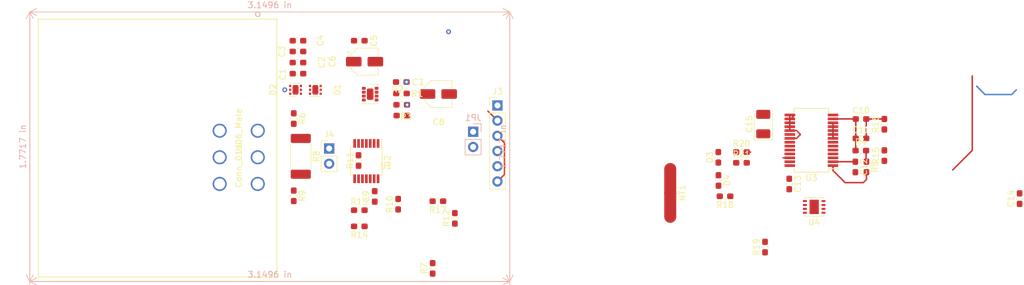
<source format=kicad_pcb>
(kicad_pcb (version 20171130) (host pcbnew "(5.1.2)-1")

  (general
    (thickness 1.6)
    (drawings 7)
    (tracks 68)
    (zones 0)
    (modules 49)
    (nets 38)
  )

  (page A4)
  (layers
    (0 F.Cu signal)
    (31 B.Cu signal)
    (32 B.Adhes user)
    (33 F.Adhes user)
    (34 B.Paste user)
    (35 F.Paste user)
    (36 B.SilkS user)
    (37 F.SilkS user)
    (38 B.Mask user)
    (39 F.Mask user)
    (40 Dwgs.User user)
    (41 Cmts.User user)
    (42 Eco1.User user)
    (43 Eco2.User user)
    (44 Edge.Cuts user)
    (45 Margin user)
    (46 B.CrtYd user)
    (47 F.CrtYd user)
    (48 B.Fab user)
    (49 F.Fab user)
  )

  (setup
    (last_trace_width 0.25)
    (trace_clearance 0.2)
    (zone_clearance 0.508)
    (zone_45_only no)
    (trace_min 0.2)
    (via_size 0.8)
    (via_drill 0.4)
    (via_min_size 0.4)
    (via_min_drill 0.3)
    (uvia_size 0.3)
    (uvia_drill 0.1)
    (uvias_allowed no)
    (uvia_min_size 0.2)
    (uvia_min_drill 0.1)
    (edge_width 0.05)
    (segment_width 0.2)
    (pcb_text_width 0.3)
    (pcb_text_size 1.5 1.5)
    (mod_edge_width 0.12)
    (mod_text_size 1 1)
    (mod_text_width 0.15)
    (pad_size 1.524 1.524)
    (pad_drill 0.762)
    (pad_to_mask_clearance 0.051)
    (solder_mask_min_width 0.25)
    (aux_axis_origin 0 0)
    (visible_elements 7FF9FF1F)
    (pcbplotparams
      (layerselection 0x010fc_ffffffff)
      (usegerberextensions false)
      (usegerberattributes false)
      (usegerberadvancedattributes false)
      (creategerberjobfile false)
      (excludeedgelayer true)
      (linewidth 0.100000)
      (plotframeref false)
      (viasonmask false)
      (mode 1)
      (useauxorigin false)
      (hpglpennumber 1)
      (hpglpenspeed 20)
      (hpglpendiameter 15.000000)
      (psnegative false)
      (psa4output false)
      (plotreference true)
      (plotvalue true)
      (plotinvisibletext false)
      (padsonsilk false)
      (subtractmaskfromsilk false)
      (outputformat 1)
      (mirror false)
      (drillshape 1)
      (scaleselection 1)
      (outputdirectory ""))
  )

  (net 0 "")
  (net 1 GND)
  (net 2 "Net-(C7-Pad1)")
  (net 3 +5V)
  (net 4 GNDD)
  (net 5 "Net-(C12-Pad1)")
  (net 6 "Net-(C15-Pad1)")
  (net 7 GNDA)
  (net 8 "Net-(D1-Pad2)")
  (net 9 "/MCU and CAN/CANL")
  (net 10 "/MCU and CAN/CANH")
  (net 11 "Net-(J3-Pad5)")
  (net 12 "Net-(J3-Pad4)")
  (net 13 "Net-(J3-Pad1)")
  (net 14 "Net-(R1-Pad2)")
  (net 15 "Net-(R2-Pad2)")
  (net 16 "Net-(R5-Pad2)")
  (net 17 "Net-(R11-Pad1)")
  (net 18 "Net-(R10-Pad2)")
  (net 19 +12V)
  (net 20 "Net-(C9-Pad1)")
  (net 21 "/MCU and CAN/MEASURE_OUT")
  (net 22 "Net-(J4-Pad2)")
  (net 23 "Net-(J4-Pad1)")
  (net 24 "Net-(R10-Pad1)")
  (net 25 "Net-(R11-Pad2)")
  (net 26 "Net-(R13-Pad1)")
  (net 27 "Net-(R15-Pad2)")
  (net 28 "Net-(R17-Pad1)")
  (net 29 "Net-(R18-Pad1)")
  (net 30 "Net-(U2-Pad13)")
  (net 31 "Net-(U3-Pad24)")
  (net 32 "Net-(U3-Pad23)")
  (net 33 "Net-(U3-Pad22)")
  (net 34 "Net-(D3-Pad2)")
  (net 35 "Net-(D4-Pad2)")
  (net 36 "Net-(R20-Pad2)")
  (net 37 "Net-(R21-Pad2)")

  (net_class Default "This is the default net class."
    (clearance 0.2)
    (trace_width 0.25)
    (via_dia 0.8)
    (via_drill 0.4)
    (uvia_dia 0.3)
    (uvia_drill 0.1)
    (add_net +12V)
    (add_net +5V)
    (add_net "/MCU and CAN/CANH")
    (add_net "/MCU and CAN/CANL")
    (add_net "/MCU and CAN/MEASURE_OUT")
    (add_net GND)
    (add_net GNDA)
    (add_net GNDD)
    (add_net "Net-(C12-Pad1)")
    (add_net "Net-(C15-Pad1)")
    (add_net "Net-(C7-Pad1)")
    (add_net "Net-(C9-Pad1)")
    (add_net "Net-(D1-Pad2)")
    (add_net "Net-(D3-Pad2)")
    (add_net "Net-(D4-Pad2)")
    (add_net "Net-(J3-Pad1)")
    (add_net "Net-(J3-Pad4)")
    (add_net "Net-(J3-Pad5)")
    (add_net "Net-(J4-Pad1)")
    (add_net "Net-(J4-Pad2)")
    (add_net "Net-(R1-Pad2)")
    (add_net "Net-(R10-Pad1)")
    (add_net "Net-(R10-Pad2)")
    (add_net "Net-(R11-Pad1)")
    (add_net "Net-(R11-Pad2)")
    (add_net "Net-(R13-Pad1)")
    (add_net "Net-(R15-Pad2)")
    (add_net "Net-(R17-Pad1)")
    (add_net "Net-(R18-Pad1)")
    (add_net "Net-(R2-Pad2)")
    (add_net "Net-(R20-Pad2)")
    (add_net "Net-(R21-Pad2)")
    (add_net "Net-(R5-Pad2)")
    (add_net "Net-(U2-Pad13)")
    (add_net "Net-(U3-Pad22)")
    (add_net "Net-(U3-Pad23)")
    (add_net "Net-(U3-Pad24)")
  )

  (module Package_SO:SSOP-28_5.3x10.2mm_P0.65mm (layer F.Cu) (tedit 5A02F25C) (tstamp 5D491E45)
    (at 240.28518 89.42986 180)
    (descr "28-Lead Plastic Shrink Small Outline (SS)-5.30 mm Body [SSOP] (see Microchip Packaging Specification 00000049BS.pdf)")
    (tags "SSOP 0.65")
    (path /5D226D6E/5D3ED3E3)
    (attr smd)
    (fp_text reference U3 (at 0 -6.25) (layer F.SilkS)
      (effects (font (size 1 1) (thickness 0.15)))
    )
    (fp_text value dsPIC33EV32GM102 (at 0 6.25) (layer F.Fab)
      (effects (font (size 1 1) (thickness 0.15)))
    )
    (fp_text user %R (at 0 0) (layer F.Fab)
      (effects (font (size 0.8 0.8) (thickness 0.15)))
    )
    (fp_line (start -2.875 -4.75) (end -4.475 -4.75) (layer F.SilkS) (width 0.15))
    (fp_line (start -2.875 5.325) (end 2.875 5.325) (layer F.SilkS) (width 0.15))
    (fp_line (start -2.875 -5.325) (end 2.875 -5.325) (layer F.SilkS) (width 0.15))
    (fp_line (start -2.875 5.325) (end -2.875 4.675) (layer F.SilkS) (width 0.15))
    (fp_line (start 2.875 5.325) (end 2.875 4.675) (layer F.SilkS) (width 0.15))
    (fp_line (start 2.875 -5.325) (end 2.875 -4.675) (layer F.SilkS) (width 0.15))
    (fp_line (start -2.875 -5.325) (end -2.875 -4.75) (layer F.SilkS) (width 0.15))
    (fp_line (start -4.75 5.5) (end 4.75 5.5) (layer F.CrtYd) (width 0.05))
    (fp_line (start -4.75 -5.5) (end 4.75 -5.5) (layer F.CrtYd) (width 0.05))
    (fp_line (start 4.75 -5.5) (end 4.75 5.5) (layer F.CrtYd) (width 0.05))
    (fp_line (start -4.75 -5.5) (end -4.75 5.5) (layer F.CrtYd) (width 0.05))
    (fp_line (start -2.65 -4.1) (end -1.65 -5.1) (layer F.Fab) (width 0.15))
    (fp_line (start -2.65 5.1) (end -2.65 -4.1) (layer F.Fab) (width 0.15))
    (fp_line (start 2.65 5.1) (end -2.65 5.1) (layer F.Fab) (width 0.15))
    (fp_line (start 2.65 -5.1) (end 2.65 5.1) (layer F.Fab) (width 0.15))
    (fp_line (start -1.65 -5.1) (end 2.65 -5.1) (layer F.Fab) (width 0.15))
    (pad 28 smd rect (at 3.6 -4.225 180) (size 1.75 0.45) (layers F.Cu F.Paste F.Mask)
      (net 3 +5V))
    (pad 27 smd rect (at 3.6 -3.575 180) (size 1.75 0.45) (layers F.Cu F.Paste F.Mask)
      (net 7 GNDA))
    (pad 26 smd rect (at 3.6 -2.925 180) (size 1.75 0.45) (layers F.Cu F.Paste F.Mask)
      (net 37 "Net-(R21-Pad2)"))
    (pad 25 smd rect (at 3.6 -2.275 180) (size 1.75 0.45) (layers F.Cu F.Paste F.Mask)
      (net 36 "Net-(R20-Pad2)"))
    (pad 24 smd rect (at 3.6 -1.625 180) (size 1.75 0.45) (layers F.Cu F.Paste F.Mask)
      (net 31 "Net-(U3-Pad24)"))
    (pad 23 smd rect (at 3.6 -0.975 180) (size 1.75 0.45) (layers F.Cu F.Paste F.Mask)
      (net 32 "Net-(U3-Pad23)"))
    (pad 22 smd rect (at 3.6 -0.325 180) (size 1.75 0.45) (layers F.Cu F.Paste F.Mask)
      (net 33 "Net-(U3-Pad22)"))
    (pad 21 smd rect (at 3.6 0.325 180) (size 1.75 0.45) (layers F.Cu F.Paste F.Mask)
      (net 4 GNDD))
    (pad 20 smd rect (at 3.6 0.975 180) (size 1.75 0.45) (layers F.Cu F.Paste F.Mask)
      (net 6 "Net-(C15-Pad1)"))
    (pad 19 smd rect (at 3.6 1.625 180) (size 1.75 0.45) (layers F.Cu F.Paste F.Mask)
      (net 4 GNDD))
    (pad 18 smd rect (at 3.6 2.275 180) (size 1.75 0.45) (layers F.Cu F.Paste F.Mask)
      (net 4 GNDD))
    (pad 17 smd rect (at 3.6 2.925 180) (size 1.75 0.45) (layers F.Cu F.Paste F.Mask)
      (net 4 GNDD))
    (pad 16 smd rect (at 3.6 3.575 180) (size 1.75 0.45) (layers F.Cu F.Paste F.Mask)
      (net 4 GNDD))
    (pad 15 smd rect (at 3.6 4.225 180) (size 1.75 0.45) (layers F.Cu F.Paste F.Mask)
      (net 4 GNDD))
    (pad 14 smd rect (at -3.6 4.225 180) (size 1.75 0.45) (layers F.Cu F.Paste F.Mask)
      (net 4 GNDD))
    (pad 13 smd rect (at -3.6 3.575 180) (size 1.75 0.45) (layers F.Cu F.Paste F.Mask)
      (net 3 +5V))
    (pad 12 smd rect (at -3.6 2.925 180) (size 1.75 0.45) (layers F.Cu F.Paste F.Mask)
      (net 4 GNDD))
    (pad 11 smd rect (at -3.6 2.275 180) (size 1.75 0.45) (layers F.Cu F.Paste F.Mask)
      (net 4 GNDD))
    (pad 10 smd rect (at -3.6 1.625 180) (size 1.75 0.45) (layers F.Cu F.Paste F.Mask)
      (net 4 GNDD))
    (pad 9 smd rect (at -3.6 0.975 180) (size 1.75 0.45) (layers F.Cu F.Paste F.Mask)
      (net 4 GNDD))
    (pad 8 smd rect (at -3.6 0.325 180) (size 1.75 0.45) (layers F.Cu F.Paste F.Mask)
      (net 4 GNDD))
    (pad 7 smd rect (at -3.6 -0.325 180) (size 1.75 0.45) (layers F.Cu F.Paste F.Mask)
      (net 12 "Net-(J3-Pad4)"))
    (pad 6 smd rect (at -3.6 -0.975 180) (size 1.75 0.45) (layers F.Cu F.Paste F.Mask)
      (net 11 "Net-(J3-Pad5)"))
    (pad 5 smd rect (at -3.6 -1.625 180) (size 1.75 0.45) (layers F.Cu F.Paste F.Mask)
      (net 29 "Net-(R18-Pad1)"))
    (pad 4 smd rect (at -3.6 -2.275 180) (size 1.75 0.45) (layers F.Cu F.Paste F.Mask)
      (net 30 "Net-(U2-Pad13)"))
    (pad 3 smd rect (at -3.6 -2.925 180) (size 1.75 0.45) (layers F.Cu F.Paste F.Mask)
      (net 27 "Net-(R15-Pad2)"))
    (pad 2 smd rect (at -3.6 -3.575 180) (size 1.75 0.45) (layers F.Cu F.Paste F.Mask)
      (net 5 "Net-(C12-Pad1)"))
    (pad 1 smd rect (at -3.6 -4.225 180) (size 1.75 0.45) (layers F.Cu F.Paste F.Mask)
      (net 16 "Net-(R5-Pad2)"))
    (model ${KISYS3DMOD}/Package_SO.3dshapes/SSOP-28_5.3x10.2mm_P0.65mm.wrl
      (at (xyz 0 0 0))
      (scale (xyz 1 1 1))
      (rotate (xyz 0 0 0))
    )
  )

  (module Capacitor_SMD:C_0603_1608Metric_Pad1.05x0.95mm_HandSolder (layer F.Cu) (tedit 5B301BBE) (tstamp 5D33BCC7)
    (at 164.925 72.8)
    (descr "Capacitor SMD 0603 (1608 Metric), square (rectangular) end terminal, IPC_7351 nominal with elongated pad for handsoldering. (Body size source: http://www.tortai-tech.com/upload/download/2011102023233369053.pdf), generated with kicad-footprint-generator")
    (tags "capacitor handsolder")
    (path /5D3344CE)
    (attr smd)
    (fp_text reference C5 (at 2.42376 0.0098 270) (layer F.SilkS)
      (effects (font (size 1 1) (thickness 0.15)))
    )
    (fp_text value 4.7uF (at 3.72932 0.05552 270) (layer F.Fab)
      (effects (font (size 1 1) (thickness 0.15)))
    )
    (fp_text user %R (at 0 0) (layer F.Fab)
      (effects (font (size 0.4 0.4) (thickness 0.06)))
    )
    (fp_line (start 1.65 0.73) (end -1.65 0.73) (layer F.CrtYd) (width 0.05))
    (fp_line (start 1.65 -0.73) (end 1.65 0.73) (layer F.CrtYd) (width 0.05))
    (fp_line (start -1.65 -0.73) (end 1.65 -0.73) (layer F.CrtYd) (width 0.05))
    (fp_line (start -1.65 0.73) (end -1.65 -0.73) (layer F.CrtYd) (width 0.05))
    (fp_line (start -0.171267 0.51) (end 0.171267 0.51) (layer F.SilkS) (width 0.12))
    (fp_line (start -0.171267 -0.51) (end 0.171267 -0.51) (layer F.SilkS) (width 0.12))
    (fp_line (start 0.8 0.4) (end -0.8 0.4) (layer F.Fab) (width 0.1))
    (fp_line (start 0.8 -0.4) (end 0.8 0.4) (layer F.Fab) (width 0.1))
    (fp_line (start -0.8 -0.4) (end 0.8 -0.4) (layer F.Fab) (width 0.1))
    (fp_line (start -0.8 0.4) (end -0.8 -0.4) (layer F.Fab) (width 0.1))
    (pad 2 smd roundrect (at 0.875 0) (size 1.05 0.95) (layers F.Cu F.Paste F.Mask) (roundrect_rratio 0.25)
      (net 1 GND))
    (pad 1 smd roundrect (at -0.875 0) (size 1.05 0.95) (layers F.Cu F.Paste F.Mask) (roundrect_rratio 0.25)
      (net 19 +12V))
    (model ${KISYS3DMOD}/Capacitor_SMD.3dshapes/C_0603_1608Metric.wrl
      (at (xyz 0 0 0))
      (scale (xyz 1 1 1))
      (rotate (xyz 0 0 0))
    )
  )

  (module Connector_TE:DT13-6P (layer F.Cu) (tedit 0) (tstamp 5D4942D4)
    (at 148 87.824 90)
    (path /5D4A20AB)
    (fp_text reference J1 (at -2.9083 -3.175 90) (layer F.SilkS)
      (effects (font (size 1 1) (thickness 0.15)))
    )
    (fp_text value Conn_01x06_Male (at -2.9083 -3.175 90) (layer F.SilkS)
      (effects (font (size 1 1) (thickness 0.15)))
    )
    (fp_circle (center 19.431 0) (end 19.812 0) (layer B.SilkS) (width 0.1524))
    (fp_circle (center 19.431 0) (end 19.812 0) (layer F.SilkS) (width 0.1524))
    (fp_circle (center 0 2.54) (end 0.381 2.54) (layer F.Fab) (width 0.1524))
    (fp_line (start 18.4912 -36.449) (end -24.3078 -36.449) (layer F.CrtYd) (width 0.1524))
    (fp_line (start 18.4912 3.048) (end 18.4912 -36.449) (layer F.CrtYd) (width 0.1524))
    (fp_line (start -24.3078 3.048) (end 18.4912 3.048) (layer F.CrtYd) (width 0.1524))
    (fp_line (start -24.3078 -36.449) (end -24.3078 3.048) (layer F.CrtYd) (width 0.1524))
    (fp_line (start 18.7452 -36.703) (end -24.5618 -36.703) (layer F.CrtYd) (width 0.1524))
    (fp_line (start 18.7452 3.302) (end 18.7452 -36.703) (layer F.CrtYd) (width 0.1524))
    (fp_line (start -24.5618 3.302) (end 18.7452 3.302) (layer F.CrtYd) (width 0.1524))
    (fp_line (start -24.5618 -36.703) (end -24.5618 3.302) (layer F.CrtYd) (width 0.1524))
    (fp_line (start -24.3078 -36.449) (end -24.3078 3.048) (layer F.Fab) (width 0.1524))
    (fp_line (start 18.4912 -36.449) (end -24.3078 -36.449) (layer F.Fab) (width 0.1524))
    (fp_line (start 18.4912 3.048) (end 18.4912 -36.449) (layer F.Fab) (width 0.1524))
    (fp_line (start -24.3078 3.048) (end 18.4912 3.048) (layer F.Fab) (width 0.1524))
    (fp_line (start -24.4348 -36.576) (end -24.4348 3.175) (layer F.SilkS) (width 0.1524))
    (fp_line (start 18.6182 -36.576) (end -24.4348 -36.576) (layer F.SilkS) (width 0.1524))
    (fp_line (start 18.6182 3.175) (end 18.6182 -36.576) (layer F.SilkS) (width 0.1524))
    (fp_line (start -24.4348 3.175) (end 18.6182 3.175) (layer F.SilkS) (width 0.1524))
    (fp_text user * (at 0 0 90) (layer F.Fab)
      (effects (font (size 1 1) (thickness 0.15)))
    )
    (fp_text user * (at 0 0 90) (layer F.SilkS)
      (effects (font (size 1 1) (thickness 0.15)))
    )
    (fp_text user "Copyright 2016 Accelerated Designs. All rights reserved." (at 0 0 90) (layer Cmts.User)
      (effects (font (size 0.127 0.127) (thickness 0.002)))
    )
    (pad 9 np_thru_hole circle (at -4.445 -12.446 90) (size 3.048 3.048) (drill 3.048) (layers *.Cu *.Mask))
    (pad 8 np_thru_hole circle (at 6.4262 -1.016 90) (size 3.048 3.048) (drill 3.048) (layers *.Cu *.Mask))
    (pad 7 np_thru_hole circle (at -15.3162 -1.016 90) (size 3.048 3.048) (drill 3.048) (layers *.Cu *.Mask))
    (pad 3 thru_hole circle (at -8.89 0 90) (size 2.3368 2.3368) (drill 1.8288) (layers *.Cu *.Mask)
      (net 21 "/MCU and CAN/MEASURE_OUT"))
    (pad 4 thru_hole circle (at -8.89 -6.35 90) (size 2.3368 2.3368) (drill 1.8288) (layers *.Cu *.Mask)
      (net 1 GND))
    (pad 2 thru_hole circle (at -4.445 0 90) (size 2.3368 2.3368) (drill 1.8288) (layers *.Cu *.Mask)
      (net 1 GND))
    (pad 5 thru_hole circle (at -4.445 -6.35 90) (size 2.3368 2.3368) (drill 1.8288) (layers *.Cu *.Mask)
      (net 10 "/MCU and CAN/CANH"))
    (pad 1 thru_hole circle (at 0 0 90) (size 2.3368 2.3368) (drill 1.8288) (layers *.Cu *.Mask)
      (net 19 +12V))
    (pad 6 thru_hole circle (at 0 -6.35 90) (size 2.3368 2.3368) (drill 1.8288) (layers *.Cu *.Mask)
      (net 9 "/MCU and CAN/CANL"))
  )

  (module Resistor_SMD:R_0603_1608Metric_Pad1.05x0.95mm_HandSolder (layer F.Cu) (tedit 5B301BBD) (tstamp 5D33BEEB)
    (at 172.025 85.3 180)
    (descr "Resistor SMD 0603 (1608 Metric), square (rectangular) end terminal, IPC_7351 nominal with elongated pad for handsoldering. (Body size source: http://www.tortai-tech.com/upload/download/2011102023233369053.pdf), generated with kicad-footprint-generator")
    (tags "resistor handsolder")
    (path /5D350393)
    (attr smd)
    (fp_text reference R2 (at 0.7265 4.37336) (layer F.SilkS)
      (effects (font (size 1 1) (thickness 0.15)))
    )
    (fp_text value 523k (at 3.1522 4.72896) (layer F.Fab)
      (effects (font (size 1 1) (thickness 0.15)))
    )
    (fp_text user %R (at 0 0) (layer F.Fab)
      (effects (font (size 0.4 0.4) (thickness 0.06)))
    )
    (fp_line (start 1.65 0.73) (end -1.65 0.73) (layer F.CrtYd) (width 0.05))
    (fp_line (start 1.65 -0.73) (end 1.65 0.73) (layer F.CrtYd) (width 0.05))
    (fp_line (start -1.65 -0.73) (end 1.65 -0.73) (layer F.CrtYd) (width 0.05))
    (fp_line (start -1.65 0.73) (end -1.65 -0.73) (layer F.CrtYd) (width 0.05))
    (fp_line (start -0.171267 0.51) (end 0.171267 0.51) (layer F.SilkS) (width 0.12))
    (fp_line (start -0.171267 -0.51) (end 0.171267 -0.51) (layer F.SilkS) (width 0.12))
    (fp_line (start 0.8 0.4) (end -0.8 0.4) (layer F.Fab) (width 0.1))
    (fp_line (start 0.8 -0.4) (end 0.8 0.4) (layer F.Fab) (width 0.1))
    (fp_line (start -0.8 -0.4) (end 0.8 -0.4) (layer F.Fab) (width 0.1))
    (fp_line (start -0.8 0.4) (end -0.8 -0.4) (layer F.Fab) (width 0.1))
    (pad 2 smd roundrect (at 0.875 0 180) (size 1.05 0.95) (layers F.Cu F.Paste F.Mask) (roundrect_rratio 0.25)
      (net 15 "Net-(R2-Pad2)"))
    (pad 1 smd roundrect (at -0.875 0 180) (size 1.05 0.95) (layers F.Cu F.Paste F.Mask) (roundrect_rratio 0.25)
      (net 3 +5V))
    (model ${KISYS3DMOD}/Resistor_SMD.3dshapes/R_0603_1608Metric.wrl
      (at (xyz 0 0 0))
      (scale (xyz 1 1 1))
      (rotate (xyz 0 0 0))
    )
  )

  (module Resistor_SMD:R_0603_1608Metric_Pad1.05x0.95mm_HandSolder (layer F.Cu) (tedit 5B301BBD) (tstamp 5D33BEFC)
    (at 172 83.5)
    (descr "Resistor SMD 0603 (1608 Metric), square (rectangular) end terminal, IPC_7351 nominal with elongated pad for handsoldering. (Body size source: http://www.tortai-tech.com/upload/download/2011102023233369053.pdf), generated with kicad-footprint-generator")
    (tags "resistor handsolder")
    (path /5D350E98)
    (attr smd)
    (fp_text reference R3 (at 0.748 2.0447) (layer F.SilkS)
      (effects (font (size 1 1) (thickness 0.15)))
    )
    (fp_text value 100k (at 3.83156 4.75234) (layer F.Fab)
      (effects (font (size 1 1) (thickness 0.15)))
    )
    (fp_text user %R (at 0 0) (layer F.Fab)
      (effects (font (size 0.4 0.4) (thickness 0.06)))
    )
    (fp_line (start 1.65 0.73) (end -1.65 0.73) (layer F.CrtYd) (width 0.05))
    (fp_line (start 1.65 -0.73) (end 1.65 0.73) (layer F.CrtYd) (width 0.05))
    (fp_line (start -1.65 -0.73) (end 1.65 -0.73) (layer F.CrtYd) (width 0.05))
    (fp_line (start -1.65 0.73) (end -1.65 -0.73) (layer F.CrtYd) (width 0.05))
    (fp_line (start -0.171267 0.51) (end 0.171267 0.51) (layer F.SilkS) (width 0.12))
    (fp_line (start -0.171267 -0.51) (end 0.171267 -0.51) (layer F.SilkS) (width 0.12))
    (fp_line (start 0.8 0.4) (end -0.8 0.4) (layer F.Fab) (width 0.1))
    (fp_line (start 0.8 -0.4) (end 0.8 0.4) (layer F.Fab) (width 0.1))
    (fp_line (start -0.8 -0.4) (end 0.8 -0.4) (layer F.Fab) (width 0.1))
    (fp_line (start -0.8 0.4) (end -0.8 -0.4) (layer F.Fab) (width 0.1))
    (pad 2 smd roundrect (at 0.875 0) (size 1.05 0.95) (layers F.Cu F.Paste F.Mask) (roundrect_rratio 0.25)
      (net 1 GND))
    (pad 1 smd roundrect (at -0.875 0) (size 1.05 0.95) (layers F.Cu F.Paste F.Mask) (roundrect_rratio 0.25)
      (net 15 "Net-(R2-Pad2)"))
    (model ${KISYS3DMOD}/Resistor_SMD.3dshapes/R_0603_1608Metric.wrl
      (at (xyz 0 0 0))
      (scale (xyz 1 1 1))
      (rotate (xyz 0 0 0))
    )
  )

  (module Capacitor_SMD:CP_Elec_4x5.8 (layer F.Cu) (tedit 5BCA39CF) (tstamp 5D33BCFA)
    (at 178.1 81.7)
    (descr "SMD capacitor, aluminum electrolytic, Panasonic, 4.0x5.8mm")
    (tags "capacitor electrolytic")
    (path /5D369605)
    (attr smd)
    (fp_text reference C8 (at 0.04404 4.66598) (layer F.SilkS)
      (effects (font (size 1 1) (thickness 0.15)))
    )
    (fp_text value 47uF (at 0 3.2) (layer F.Fab)
      (effects (font (size 1 1) (thickness 0.15)))
    )
    (fp_text user %R (at 0 0) (layer F.Fab)
      (effects (font (size 0.8 0.8) (thickness 0.12)))
    )
    (fp_line (start -3.35 1.05) (end -2.4 1.05) (layer F.CrtYd) (width 0.05))
    (fp_line (start -3.35 -1.05) (end -3.35 1.05) (layer F.CrtYd) (width 0.05))
    (fp_line (start -2.4 -1.05) (end -3.35 -1.05) (layer F.CrtYd) (width 0.05))
    (fp_line (start -2.4 1.05) (end -2.4 1.25) (layer F.CrtYd) (width 0.05))
    (fp_line (start -2.4 -1.25) (end -2.4 -1.05) (layer F.CrtYd) (width 0.05))
    (fp_line (start -2.4 -1.25) (end -1.25 -2.4) (layer F.CrtYd) (width 0.05))
    (fp_line (start -2.4 1.25) (end -1.25 2.4) (layer F.CrtYd) (width 0.05))
    (fp_line (start -1.25 -2.4) (end 2.4 -2.4) (layer F.CrtYd) (width 0.05))
    (fp_line (start -1.25 2.4) (end 2.4 2.4) (layer F.CrtYd) (width 0.05))
    (fp_line (start 2.4 1.05) (end 2.4 2.4) (layer F.CrtYd) (width 0.05))
    (fp_line (start 3.35 1.05) (end 2.4 1.05) (layer F.CrtYd) (width 0.05))
    (fp_line (start 3.35 -1.05) (end 3.35 1.05) (layer F.CrtYd) (width 0.05))
    (fp_line (start 2.4 -1.05) (end 3.35 -1.05) (layer F.CrtYd) (width 0.05))
    (fp_line (start 2.4 -2.4) (end 2.4 -1.05) (layer F.CrtYd) (width 0.05))
    (fp_line (start -2.75 -1.81) (end -2.75 -1.31) (layer F.SilkS) (width 0.12))
    (fp_line (start -3 -1.56) (end -2.5 -1.56) (layer F.SilkS) (width 0.12))
    (fp_line (start -2.26 1.195563) (end -1.195563 2.26) (layer F.SilkS) (width 0.12))
    (fp_line (start -2.26 -1.195563) (end -1.195563 -2.26) (layer F.SilkS) (width 0.12))
    (fp_line (start -2.26 -1.195563) (end -2.26 -1.06) (layer F.SilkS) (width 0.12))
    (fp_line (start -2.26 1.195563) (end -2.26 1.06) (layer F.SilkS) (width 0.12))
    (fp_line (start -1.195563 2.26) (end 2.26 2.26) (layer F.SilkS) (width 0.12))
    (fp_line (start -1.195563 -2.26) (end 2.26 -2.26) (layer F.SilkS) (width 0.12))
    (fp_line (start 2.26 -2.26) (end 2.26 -1.06) (layer F.SilkS) (width 0.12))
    (fp_line (start 2.26 2.26) (end 2.26 1.06) (layer F.SilkS) (width 0.12))
    (fp_line (start -1.374773 -1.2) (end -1.374773 -0.8) (layer F.Fab) (width 0.1))
    (fp_line (start -1.574773 -1) (end -1.174773 -1) (layer F.Fab) (width 0.1))
    (fp_line (start -2.15 1.15) (end -1.15 2.15) (layer F.Fab) (width 0.1))
    (fp_line (start -2.15 -1.15) (end -1.15 -2.15) (layer F.Fab) (width 0.1))
    (fp_line (start -2.15 -1.15) (end -2.15 1.15) (layer F.Fab) (width 0.1))
    (fp_line (start -1.15 2.15) (end 2.15 2.15) (layer F.Fab) (width 0.1))
    (fp_line (start -1.15 -2.15) (end 2.15 -2.15) (layer F.Fab) (width 0.1))
    (fp_line (start 2.15 -2.15) (end 2.15 2.15) (layer F.Fab) (width 0.1))
    (fp_circle (center 0 0) (end 2 0) (layer F.Fab) (width 0.1))
    (pad 2 smd roundrect (at 1.8 0) (size 2.6 1.6) (layers F.Cu F.Paste F.Mask) (roundrect_rratio 0.15625)
      (net 1 GND))
    (pad 1 smd roundrect (at -1.8 0) (size 2.6 1.6) (layers F.Cu F.Paste F.Mask) (roundrect_rratio 0.15625)
      (net 3 +5V))
    (model ${KISYS3DMOD}/Capacitor_SMD.3dshapes/CP_Elec_4x5.8.wrl
      (at (xyz 0 0 0))
      (scale (xyz 1 1 1))
      (rotate (xyz 0 0 0))
    )
  )

  (module Package_SO:TSSOP-14_4.4x5mm_P0.65mm (layer F.Cu) (tedit 5A02F25C) (tstamp 5D491E14)
    (at 166.1 92.9 270)
    (descr "14-Lead Plastic Thin Shrink Small Outline (ST)-4.4 mm Body [TSSOP] (see Microchip Packaging Specification 00000049BS.pdf)")
    (tags "SSOP 0.65")
    (path /5D226D6E/5D4B495F)
    (attr smd)
    (fp_text reference U2 (at 0 -3.55 90) (layer F.SilkS)
      (effects (font (size 1 1) (thickness 0.15)))
    )
    (fp_text value NCV2007x (at 0 3.55 90) (layer F.Fab)
      (effects (font (size 1 1) (thickness 0.15)))
    )
    (fp_text user %R (at 0 0 90) (layer F.Fab)
      (effects (font (size 0.8 0.8) (thickness 0.15)))
    )
    (fp_line (start -2.325 -2.5) (end -3.675 -2.5) (layer F.SilkS) (width 0.15))
    (fp_line (start -2.325 2.625) (end 2.325 2.625) (layer F.SilkS) (width 0.15))
    (fp_line (start -2.325 -2.625) (end 2.325 -2.625) (layer F.SilkS) (width 0.15))
    (fp_line (start -2.325 2.625) (end -2.325 2.4) (layer F.SilkS) (width 0.15))
    (fp_line (start 2.325 2.625) (end 2.325 2.4) (layer F.SilkS) (width 0.15))
    (fp_line (start 2.325 -2.625) (end 2.325 -2.4) (layer F.SilkS) (width 0.15))
    (fp_line (start -2.325 -2.625) (end -2.325 -2.5) (layer F.SilkS) (width 0.15))
    (fp_line (start -3.95 2.8) (end 3.95 2.8) (layer F.CrtYd) (width 0.05))
    (fp_line (start -3.95 -2.8) (end 3.95 -2.8) (layer F.CrtYd) (width 0.05))
    (fp_line (start 3.95 -2.8) (end 3.95 2.8) (layer F.CrtYd) (width 0.05))
    (fp_line (start -3.95 -2.8) (end -3.95 2.8) (layer F.CrtYd) (width 0.05))
    (fp_line (start -2.2 -1.5) (end -1.2 -2.5) (layer F.Fab) (width 0.15))
    (fp_line (start -2.2 2.5) (end -2.2 -1.5) (layer F.Fab) (width 0.15))
    (fp_line (start 2.2 2.5) (end -2.2 2.5) (layer F.Fab) (width 0.15))
    (fp_line (start 2.2 -2.5) (end 2.2 2.5) (layer F.Fab) (width 0.15))
    (fp_line (start -1.2 -2.5) (end 2.2 -2.5) (layer F.Fab) (width 0.15))
    (pad 14 smd rect (at 2.95 -1.95 270) (size 1.45 0.45) (layers F.Cu F.Paste F.Mask)
      (net 30 "Net-(U2-Pad13)"))
    (pad 13 smd rect (at 2.95 -1.3 270) (size 1.45 0.45) (layers F.Cu F.Paste F.Mask)
      (net 30 "Net-(U2-Pad13)"))
    (pad 12 smd rect (at 2.95 -0.65 270) (size 1.45 0.45) (layers F.Cu F.Paste F.Mask)
      (net 20 "Net-(C9-Pad1)"))
    (pad 11 smd rect (at 2.95 0 270) (size 1.45 0.45) (layers F.Cu F.Paste F.Mask)
      (net 7 GNDA))
    (pad 10 smd rect (at 2.95 0.65 270) (size 1.45 0.45) (layers F.Cu F.Paste F.Mask)
      (net 24 "Net-(R10-Pad1)"))
    (pad 9 smd rect (at 2.95 1.3 270) (size 1.45 0.45) (layers F.Cu F.Paste F.Mask)
      (net 17 "Net-(R11-Pad1)"))
    (pad 8 smd rect (at 2.95 1.95 270) (size 1.45 0.45) (layers F.Cu F.Paste F.Mask)
      (net 26 "Net-(R13-Pad1)"))
    (pad 7 smd rect (at -2.95 1.95 270) (size 1.45 0.45) (layers F.Cu F.Paste F.Mask)
      (net 25 "Net-(R11-Pad2)"))
    (pad 6 smd rect (at -2.95 1.3 270) (size 1.45 0.45) (layers F.Cu F.Paste F.Mask)
      (net 25 "Net-(R11-Pad2)"))
    (pad 5 smd rect (at -2.95 0.65 270) (size 1.45 0.45) (layers F.Cu F.Paste F.Mask)
      (net 22 "Net-(J4-Pad2)"))
    (pad 4 smd rect (at -2.95 0 270) (size 1.45 0.45) (layers F.Cu F.Paste F.Mask)
      (net 19 +12V))
    (pad 3 smd rect (at -2.95 -0.65 270) (size 1.45 0.45) (layers F.Cu F.Paste F.Mask)
      (net 23 "Net-(J4-Pad1)"))
    (pad 2 smd rect (at -2.95 -1.3 270) (size 1.45 0.45) (layers F.Cu F.Paste F.Mask)
      (net 18 "Net-(R10-Pad2)"))
    (pad 1 smd rect (at -2.95 -1.95 270) (size 1.45 0.45) (layers F.Cu F.Paste F.Mask)
      (net 18 "Net-(R10-Pad2)"))
    (model ${KISYS3DMOD}/Package_SO.3dshapes/TSSOP-14_4.4x5mm_P0.65mm.wrl
      (at (xyz 0 0 0))
      (scale (xyz 1 1 1))
      (rotate (xyz 0 0 0))
    )
  )

  (module Connector_PinHeader_2.54mm:PinHeader_1x02_P2.54mm_Vertical (layer F.Cu) (tedit 59FED5CC) (tstamp 5D4CB2FC)
    (at 159.9 90.8)
    (descr "Through hole straight pin header, 1x02, 2.54mm pitch, single row")
    (tags "Through hole pin header THT 1x02 2.54mm single row")
    (path /5D226D6E/5D49D215)
    (fp_text reference J4 (at 0 -2.33 180) (layer F.SilkS)
      (effects (font (size 1 1) (thickness 0.15)))
    )
    (fp_text value Conn_01x02_Male (at 0 4.87 180) (layer F.Fab)
      (effects (font (size 1 1) (thickness 0.15)))
    )
    (fp_text user %R (at 0 1.27 270) (layer F.Fab)
      (effects (font (size 1 1) (thickness 0.15)))
    )
    (fp_line (start 1.8 -1.8) (end -1.8 -1.8) (layer F.CrtYd) (width 0.05))
    (fp_line (start 1.8 4.35) (end 1.8 -1.8) (layer F.CrtYd) (width 0.05))
    (fp_line (start -1.8 4.35) (end 1.8 4.35) (layer F.CrtYd) (width 0.05))
    (fp_line (start -1.8 -1.8) (end -1.8 4.35) (layer F.CrtYd) (width 0.05))
    (fp_line (start -1.33 -1.33) (end 0 -1.33) (layer F.SilkS) (width 0.12))
    (fp_line (start -1.33 0) (end -1.33 -1.33) (layer F.SilkS) (width 0.12))
    (fp_line (start -1.33 1.27) (end 1.33 1.27) (layer F.SilkS) (width 0.12))
    (fp_line (start 1.33 1.27) (end 1.33 3.87) (layer F.SilkS) (width 0.12))
    (fp_line (start -1.33 1.27) (end -1.33 3.87) (layer F.SilkS) (width 0.12))
    (fp_line (start -1.33 3.87) (end 1.33 3.87) (layer F.SilkS) (width 0.12))
    (fp_line (start -1.27 -0.635) (end -0.635 -1.27) (layer F.Fab) (width 0.1))
    (fp_line (start -1.27 3.81) (end -1.27 -0.635) (layer F.Fab) (width 0.1))
    (fp_line (start 1.27 3.81) (end -1.27 3.81) (layer F.Fab) (width 0.1))
    (fp_line (start 1.27 -1.27) (end 1.27 3.81) (layer F.Fab) (width 0.1))
    (fp_line (start -0.635 -1.27) (end 1.27 -1.27) (layer F.Fab) (width 0.1))
    (pad 2 thru_hole oval (at 0 2.54) (size 1.7 1.7) (drill 1) (layers *.Cu *.Mask)
      (net 22 "Net-(J4-Pad2)"))
    (pad 1 thru_hole rect (at 0 0) (size 1.7 1.7) (drill 1) (layers *.Cu *.Mask)
      (net 23 "Net-(J4-Pad1)"))
    (model ${KISYS3DMOD}/Connector_PinHeader_2.54mm.3dshapes/PinHeader_1x02_P2.54mm_Vertical.wrl
      (at (xyz 0 0 0))
      (scale (xyz 1 1 1))
      (rotate (xyz 0 0 0))
    )
  )

  (module Resistor_SMD:R_0603_1608Metric_Pad1.05x0.95mm_HandSolder (layer F.Cu) (tedit 5B301BBD) (tstamp 5D494600)
    (at 228.63042 93.18398)
    (descr "Resistor SMD 0603 (1608 Metric), square (rectangular) end terminal, IPC_7351 nominal with elongated pad for handsoldering. (Body size source: http://www.tortai-tech.com/upload/download/2011102023233369053.pdf), generated with kicad-footprint-generator")
    (tags "resistor handsolder")
    (path /5D226D6E/5D527256)
    (attr smd)
    (fp_text reference R21 (at 0 -1.43) (layer F.SilkS)
      (effects (font (size 1 1) (thickness 0.15)))
    )
    (fp_text value 300 (at 0 1.43) (layer F.Fab)
      (effects (font (size 1 1) (thickness 0.15)))
    )
    (fp_text user %R (at 0 0) (layer F.Fab)
      (effects (font (size 0.4 0.4) (thickness 0.06)))
    )
    (fp_line (start 1.65 0.73) (end -1.65 0.73) (layer F.CrtYd) (width 0.05))
    (fp_line (start 1.65 -0.73) (end 1.65 0.73) (layer F.CrtYd) (width 0.05))
    (fp_line (start -1.65 -0.73) (end 1.65 -0.73) (layer F.CrtYd) (width 0.05))
    (fp_line (start -1.65 0.73) (end -1.65 -0.73) (layer F.CrtYd) (width 0.05))
    (fp_line (start -0.171267 0.51) (end 0.171267 0.51) (layer F.SilkS) (width 0.12))
    (fp_line (start -0.171267 -0.51) (end 0.171267 -0.51) (layer F.SilkS) (width 0.12))
    (fp_line (start 0.8 0.4) (end -0.8 0.4) (layer F.Fab) (width 0.1))
    (fp_line (start 0.8 -0.4) (end 0.8 0.4) (layer F.Fab) (width 0.1))
    (fp_line (start -0.8 -0.4) (end 0.8 -0.4) (layer F.Fab) (width 0.1))
    (fp_line (start -0.8 0.4) (end -0.8 -0.4) (layer F.Fab) (width 0.1))
    (pad 2 smd roundrect (at 0.875 0) (size 1.05 0.95) (layers F.Cu F.Paste F.Mask) (roundrect_rratio 0.25)
      (net 37 "Net-(R21-Pad2)"))
    (pad 1 smd roundrect (at -0.875 0) (size 1.05 0.95) (layers F.Cu F.Paste F.Mask) (roundrect_rratio 0.25)
      (net 35 "Net-(D4-Pad2)"))
    (model ${KISYS3DMOD}/Resistor_SMD.3dshapes/R_0603_1608Metric.wrl
      (at (xyz 0 0 0))
      (scale (xyz 1 1 1))
      (rotate (xyz 0 0 0))
    )
  )

  (module Resistor_SMD:R_0603_1608Metric_Pad1.05x0.95mm_HandSolder (layer F.Cu) (tedit 5B301BBD) (tstamp 5D4945EF)
    (at 228.63042 91.40344)
    (descr "Resistor SMD 0603 (1608 Metric), square (rectangular) end terminal, IPC_7351 nominal with elongated pad for handsoldering. (Body size source: http://www.tortai-tech.com/upload/download/2011102023233369053.pdf), generated with kicad-footprint-generator")
    (tags "resistor handsolder")
    (path /5D226D6E/5D526340)
    (attr smd)
    (fp_text reference R20 (at 0 -1.43) (layer F.SilkS)
      (effects (font (size 1 1) (thickness 0.15)))
    )
    (fp_text value 300 (at 0 1.43) (layer F.Fab)
      (effects (font (size 1 1) (thickness 0.15)))
    )
    (fp_text user %R (at 0 0) (layer F.Fab)
      (effects (font (size 0.4 0.4) (thickness 0.06)))
    )
    (fp_line (start 1.65 0.73) (end -1.65 0.73) (layer F.CrtYd) (width 0.05))
    (fp_line (start 1.65 -0.73) (end 1.65 0.73) (layer F.CrtYd) (width 0.05))
    (fp_line (start -1.65 -0.73) (end 1.65 -0.73) (layer F.CrtYd) (width 0.05))
    (fp_line (start -1.65 0.73) (end -1.65 -0.73) (layer F.CrtYd) (width 0.05))
    (fp_line (start -0.171267 0.51) (end 0.171267 0.51) (layer F.SilkS) (width 0.12))
    (fp_line (start -0.171267 -0.51) (end 0.171267 -0.51) (layer F.SilkS) (width 0.12))
    (fp_line (start 0.8 0.4) (end -0.8 0.4) (layer F.Fab) (width 0.1))
    (fp_line (start 0.8 -0.4) (end 0.8 0.4) (layer F.Fab) (width 0.1))
    (fp_line (start -0.8 -0.4) (end 0.8 -0.4) (layer F.Fab) (width 0.1))
    (fp_line (start -0.8 0.4) (end -0.8 -0.4) (layer F.Fab) (width 0.1))
    (pad 2 smd roundrect (at 0.875 0) (size 1.05 0.95) (layers F.Cu F.Paste F.Mask) (roundrect_rratio 0.25)
      (net 36 "Net-(R20-Pad2)"))
    (pad 1 smd roundrect (at -0.875 0) (size 1.05 0.95) (layers F.Cu F.Paste F.Mask) (roundrect_rratio 0.25)
      (net 34 "Net-(D3-Pad2)"))
    (model ${KISYS3DMOD}/Resistor_SMD.3dshapes/R_0603_1608Metric.wrl
      (at (xyz 0 0 0))
      (scale (xyz 1 1 1))
      (rotate (xyz 0 0 0))
    )
  )

  (module Resistor_SMD:R_0603_1608Metric_Pad1.05x0.95mm_HandSolder (layer F.Cu) (tedit 5B301BBD) (tstamp 5D4942B1)
    (at 224.79626 96.13292 270)
    (descr "Resistor SMD 0603 (1608 Metric), square (rectangular) end terminal, IPC_7351 nominal with elongated pad for handsoldering. (Body size source: http://www.tortai-tech.com/upload/download/2011102023233369053.pdf), generated with kicad-footprint-generator")
    (tags "resistor handsolder")
    (path /5D226D6E/5D518286)
    (attr smd)
    (fp_text reference D4 (at 0 -1.43 90) (layer F.SilkS)
      (effects (font (size 1 1) (thickness 0.15)))
    )
    (fp_text value LED (at 0 1.43 90) (layer F.Fab)
      (effects (font (size 1 1) (thickness 0.15)))
    )
    (fp_text user %R (at 0 0 90) (layer F.Fab)
      (effects (font (size 0.4 0.4) (thickness 0.06)))
    )
    (fp_line (start 1.65 0.73) (end -1.65 0.73) (layer F.CrtYd) (width 0.05))
    (fp_line (start 1.65 -0.73) (end 1.65 0.73) (layer F.CrtYd) (width 0.05))
    (fp_line (start -1.65 -0.73) (end 1.65 -0.73) (layer F.CrtYd) (width 0.05))
    (fp_line (start -1.65 0.73) (end -1.65 -0.73) (layer F.CrtYd) (width 0.05))
    (fp_line (start -0.171267 0.51) (end 0.171267 0.51) (layer F.SilkS) (width 0.12))
    (fp_line (start -0.171267 -0.51) (end 0.171267 -0.51) (layer F.SilkS) (width 0.12))
    (fp_line (start 0.8 0.4) (end -0.8 0.4) (layer F.Fab) (width 0.1))
    (fp_line (start 0.8 -0.4) (end 0.8 0.4) (layer F.Fab) (width 0.1))
    (fp_line (start -0.8 -0.4) (end 0.8 -0.4) (layer F.Fab) (width 0.1))
    (fp_line (start -0.8 0.4) (end -0.8 -0.4) (layer F.Fab) (width 0.1))
    (pad 2 smd roundrect (at 0.875 0 270) (size 1.05 0.95) (layers F.Cu F.Paste F.Mask) (roundrect_rratio 0.25)
      (net 35 "Net-(D4-Pad2)"))
    (pad 1 smd roundrect (at -0.875 0 270) (size 1.05 0.95) (layers F.Cu F.Paste F.Mask) (roundrect_rratio 0.25)
      (net 4 GNDD))
    (model ${KISYS3DMOD}/Resistor_SMD.3dshapes/R_0603_1608Metric.wrl
      (at (xyz 0 0 0))
      (scale (xyz 1 1 1))
      (rotate (xyz 0 0 0))
    )
  )

  (module Resistor_SMD:R_0603_1608Metric_Pad1.05x0.95mm_HandSolder (layer F.Cu) (tedit 5B301BBD) (tstamp 5D4942A0)
    (at 224.76832 92.27336 90)
    (descr "Resistor SMD 0603 (1608 Metric), square (rectangular) end terminal, IPC_7351 nominal with elongated pad for handsoldering. (Body size source: http://www.tortai-tech.com/upload/download/2011102023233369053.pdf), generated with kicad-footprint-generator")
    (tags "resistor handsolder")
    (path /5D226D6E/5D518C5C)
    (attr smd)
    (fp_text reference D3 (at 0 -1.43 90) (layer F.SilkS)
      (effects (font (size 1 1) (thickness 0.15)))
    )
    (fp_text value LED (at 0 1.43 90) (layer F.Fab)
      (effects (font (size 1 1) (thickness 0.15)))
    )
    (fp_text user %R (at 0 0 90) (layer F.Fab)
      (effects (font (size 0.4 0.4) (thickness 0.06)))
    )
    (fp_line (start 1.65 0.73) (end -1.65 0.73) (layer F.CrtYd) (width 0.05))
    (fp_line (start 1.65 -0.73) (end 1.65 0.73) (layer F.CrtYd) (width 0.05))
    (fp_line (start -1.65 -0.73) (end 1.65 -0.73) (layer F.CrtYd) (width 0.05))
    (fp_line (start -1.65 0.73) (end -1.65 -0.73) (layer F.CrtYd) (width 0.05))
    (fp_line (start -0.171267 0.51) (end 0.171267 0.51) (layer F.SilkS) (width 0.12))
    (fp_line (start -0.171267 -0.51) (end 0.171267 -0.51) (layer F.SilkS) (width 0.12))
    (fp_line (start 0.8 0.4) (end -0.8 0.4) (layer F.Fab) (width 0.1))
    (fp_line (start 0.8 -0.4) (end 0.8 0.4) (layer F.Fab) (width 0.1))
    (fp_line (start -0.8 -0.4) (end 0.8 -0.4) (layer F.Fab) (width 0.1))
    (fp_line (start -0.8 0.4) (end -0.8 -0.4) (layer F.Fab) (width 0.1))
    (pad 2 smd roundrect (at 0.875 0 90) (size 1.05 0.95) (layers F.Cu F.Paste F.Mask) (roundrect_rratio 0.25)
      (net 34 "Net-(D3-Pad2)"))
    (pad 1 smd roundrect (at -0.875 0 90) (size 1.05 0.95) (layers F.Cu F.Paste F.Mask) (roundrect_rratio 0.25)
      (net 4 GNDD))
    (model ${KISYS3DMOD}/Resistor_SMD.3dshapes/R_0603_1608Metric.wrl
      (at (xyz 0 0 0))
      (scale (xyz 1 1 1))
      (rotate (xyz 0 0 0))
    )
  )

  (module Resistor_SMD:R_0603_1608Metric_Pad1.05x0.95mm_HandSolder (layer F.Cu) (tedit 5B301BBD) (tstamp 5D491DBB)
    (at 232.55654 107.25774 90)
    (descr "Resistor SMD 0603 (1608 Metric), square (rectangular) end terminal, IPC_7351 nominal with elongated pad for handsoldering. (Body size source: http://www.tortai-tech.com/upload/download/2011102023233369053.pdf), generated with kicad-footprint-generator")
    (tags "resistor handsolder")
    (path /5D226D6E/5D60BC64)
    (attr smd)
    (fp_text reference R19 (at 0 -1.43 90) (layer F.SilkS)
      (effects (font (size 1 1) (thickness 0.15)))
    )
    (fp_text value 499k (at 0 1.43 90) (layer F.Fab)
      (effects (font (size 1 1) (thickness 0.15)))
    )
    (fp_text user %R (at 0 0 90) (layer F.Fab)
      (effects (font (size 0.4 0.4) (thickness 0.06)))
    )
    (fp_line (start 1.65 0.73) (end -1.65 0.73) (layer F.CrtYd) (width 0.05))
    (fp_line (start 1.65 -0.73) (end 1.65 0.73) (layer F.CrtYd) (width 0.05))
    (fp_line (start -1.65 -0.73) (end 1.65 -0.73) (layer F.CrtYd) (width 0.05))
    (fp_line (start -1.65 0.73) (end -1.65 -0.73) (layer F.CrtYd) (width 0.05))
    (fp_line (start -0.171267 0.51) (end 0.171267 0.51) (layer F.SilkS) (width 0.12))
    (fp_line (start -0.171267 -0.51) (end 0.171267 -0.51) (layer F.SilkS) (width 0.12))
    (fp_line (start 0.8 0.4) (end -0.8 0.4) (layer F.Fab) (width 0.1))
    (fp_line (start 0.8 -0.4) (end 0.8 0.4) (layer F.Fab) (width 0.1))
    (fp_line (start -0.8 -0.4) (end 0.8 -0.4) (layer F.Fab) (width 0.1))
    (fp_line (start -0.8 0.4) (end -0.8 -0.4) (layer F.Fab) (width 0.1))
    (pad 2 smd roundrect (at 0.875 0 90) (size 1.05 0.95) (layers F.Cu F.Paste F.Mask) (roundrect_rratio 0.25)
      (net 29 "Net-(R18-Pad1)"))
    (pad 1 smd roundrect (at -0.875 0 90) (size 1.05 0.95) (layers F.Cu F.Paste F.Mask) (roundrect_rratio 0.25)
      (net 7 GNDA))
    (model ${KISYS3DMOD}/Resistor_SMD.3dshapes/R_0603_1608Metric.wrl
      (at (xyz 0 0 0))
      (scale (xyz 1 1 1))
      (rotate (xyz 0 0 0))
    )
  )

  (module Resistor_SMD:R_0603_1608Metric_Pad1.05x0.95mm_HandSolder (layer F.Cu) (tedit 5B301BBD) (tstamp 5D491DAA)
    (at 225.8861 98.77232 180)
    (descr "Resistor SMD 0603 (1608 Metric), square (rectangular) end terminal, IPC_7351 nominal with elongated pad for handsoldering. (Body size source: http://www.tortai-tech.com/upload/download/2011102023233369053.pdf), generated with kicad-footprint-generator")
    (tags "resistor handsolder")
    (path /5D226D6E/5D60BBAB)
    (attr smd)
    (fp_text reference R18 (at 0 -1.43) (layer F.SilkS)
      (effects (font (size 1 1) (thickness 0.15)))
    )
    (fp_text value 499k (at 0 1.43) (layer F.Fab)
      (effects (font (size 1 1) (thickness 0.15)))
    )
    (fp_text user %R (at 0 0) (layer F.Fab)
      (effects (font (size 0.4 0.4) (thickness 0.06)))
    )
    (fp_line (start 1.65 0.73) (end -1.65 0.73) (layer F.CrtYd) (width 0.05))
    (fp_line (start 1.65 -0.73) (end 1.65 0.73) (layer F.CrtYd) (width 0.05))
    (fp_line (start -1.65 -0.73) (end 1.65 -0.73) (layer F.CrtYd) (width 0.05))
    (fp_line (start -1.65 0.73) (end -1.65 -0.73) (layer F.CrtYd) (width 0.05))
    (fp_line (start -0.171267 0.51) (end 0.171267 0.51) (layer F.SilkS) (width 0.12))
    (fp_line (start -0.171267 -0.51) (end 0.171267 -0.51) (layer F.SilkS) (width 0.12))
    (fp_line (start 0.8 0.4) (end -0.8 0.4) (layer F.Fab) (width 0.1))
    (fp_line (start 0.8 -0.4) (end 0.8 0.4) (layer F.Fab) (width 0.1))
    (fp_line (start -0.8 -0.4) (end 0.8 -0.4) (layer F.Fab) (width 0.1))
    (fp_line (start -0.8 0.4) (end -0.8 -0.4) (layer F.Fab) (width 0.1))
    (pad 2 smd roundrect (at 0.875 0 180) (size 1.05 0.95) (layers F.Cu F.Paste F.Mask) (roundrect_rratio 0.25)
      (net 28 "Net-(R17-Pad1)"))
    (pad 1 smd roundrect (at -0.875 0 180) (size 1.05 0.95) (layers F.Cu F.Paste F.Mask) (roundrect_rratio 0.25)
      (net 29 "Net-(R18-Pad1)"))
    (model ${KISYS3DMOD}/Resistor_SMD.3dshapes/R_0603_1608Metric.wrl
      (at (xyz 0 0 0))
      (scale (xyz 1 1 1))
      (rotate (xyz 0 0 0))
    )
  )

  (module Resistor_SMD:R_0603_1608Metric_Pad1.05x0.95mm_HandSolder (layer F.Cu) (tedit 5B301BBD) (tstamp 5D491D99)
    (at 178.025 99.6 180)
    (descr "Resistor SMD 0603 (1608 Metric), square (rectangular) end terminal, IPC_7351 nominal with elongated pad for handsoldering. (Body size source: http://www.tortai-tech.com/upload/download/2011102023233369053.pdf), generated with kicad-footprint-generator")
    (tags "resistor handsolder")
    (path /5D226D6E/5D60A810)
    (attr smd)
    (fp_text reference R17 (at 0 -1.43) (layer F.SilkS)
      (effects (font (size 1 1) (thickness 0.15)))
    )
    (fp_text value 499k (at 0 1.43) (layer F.Fab)
      (effects (font (size 1 1) (thickness 0.15)))
    )
    (fp_text user %R (at 0 0) (layer F.Fab)
      (effects (font (size 0.4 0.4) (thickness 0.06)))
    )
    (fp_line (start 1.65 0.73) (end -1.65 0.73) (layer F.CrtYd) (width 0.05))
    (fp_line (start 1.65 -0.73) (end 1.65 0.73) (layer F.CrtYd) (width 0.05))
    (fp_line (start -1.65 -0.73) (end 1.65 -0.73) (layer F.CrtYd) (width 0.05))
    (fp_line (start -1.65 0.73) (end -1.65 -0.73) (layer F.CrtYd) (width 0.05))
    (fp_line (start -0.171267 0.51) (end 0.171267 0.51) (layer F.SilkS) (width 0.12))
    (fp_line (start -0.171267 -0.51) (end 0.171267 -0.51) (layer F.SilkS) (width 0.12))
    (fp_line (start 0.8 0.4) (end -0.8 0.4) (layer F.Fab) (width 0.1))
    (fp_line (start 0.8 -0.4) (end 0.8 0.4) (layer F.Fab) (width 0.1))
    (fp_line (start -0.8 -0.4) (end 0.8 -0.4) (layer F.Fab) (width 0.1))
    (fp_line (start -0.8 0.4) (end -0.8 -0.4) (layer F.Fab) (width 0.1))
    (pad 2 smd roundrect (at 0.875 0 180) (size 1.05 0.95) (layers F.Cu F.Paste F.Mask) (roundrect_rratio 0.25)
      (net 18 "Net-(R10-Pad2)"))
    (pad 1 smd roundrect (at -0.875 0 180) (size 1.05 0.95) (layers F.Cu F.Paste F.Mask) (roundrect_rratio 0.25)
      (net 28 "Net-(R17-Pad1)"))
    (model ${KISYS3DMOD}/Resistor_SMD.3dshapes/R_0603_1608Metric.wrl
      (at (xyz 0 0 0))
      (scale (xyz 1 1 1))
      (rotate (xyz 0 0 0))
    )
  )

  (module Capacitor_SMD:C_0603_1608Metric_Pad1.05x0.95mm_HandSolder (layer F.Cu) (tedit 5B301BBE) (tstamp 5D491D88)
    (at 252.4467 86.74886 90)
    (descr "Capacitor SMD 0603 (1608 Metric), square (rectangular) end terminal, IPC_7351 nominal with elongated pad for handsoldering. (Body size source: http://www.tortai-tech.com/upload/download/2011102023233369053.pdf), generated with kicad-footprint-generator")
    (tags "capacitor handsolder")
    (path /5D226D6E/5D52A243)
    (attr smd)
    (fp_text reference R16 (at 0 -1.43 90) (layer F.SilkS)
      (effects (font (size 1 1) (thickness 0.15)))
    )
    (fp_text value 10k (at 0 1.43 90) (layer F.Fab)
      (effects (font (size 1 1) (thickness 0.15)))
    )
    (fp_text user %R (at 0 0 90) (layer F.Fab)
      (effects (font (size 0.4 0.4) (thickness 0.06)))
    )
    (fp_line (start 1.65 0.73) (end -1.65 0.73) (layer F.CrtYd) (width 0.05))
    (fp_line (start 1.65 -0.73) (end 1.65 0.73) (layer F.CrtYd) (width 0.05))
    (fp_line (start -1.65 -0.73) (end 1.65 -0.73) (layer F.CrtYd) (width 0.05))
    (fp_line (start -1.65 0.73) (end -1.65 -0.73) (layer F.CrtYd) (width 0.05))
    (fp_line (start -0.171267 0.51) (end 0.171267 0.51) (layer F.SilkS) (width 0.12))
    (fp_line (start -0.171267 -0.51) (end 0.171267 -0.51) (layer F.SilkS) (width 0.12))
    (fp_line (start 0.8 0.4) (end -0.8 0.4) (layer F.Fab) (width 0.1))
    (fp_line (start 0.8 -0.4) (end 0.8 0.4) (layer F.Fab) (width 0.1))
    (fp_line (start -0.8 -0.4) (end 0.8 -0.4) (layer F.Fab) (width 0.1))
    (fp_line (start -0.8 0.4) (end -0.8 -0.4) (layer F.Fab) (width 0.1))
    (pad 2 smd roundrect (at 0.875 0 90) (size 1.05 0.95) (layers F.Cu F.Paste F.Mask) (roundrect_rratio 0.25)
      (net 4 GNDD))
    (pad 1 smd roundrect (at -0.875 0 90) (size 1.05 0.95) (layers F.Cu F.Paste F.Mask) (roundrect_rratio 0.25)
      (net 27 "Net-(R15-Pad2)"))
    (model ${KISYS3DMOD}/Capacitor_SMD.3dshapes/C_0603_1608Metric.wrl
      (at (xyz 0 0 0))
      (scale (xyz 1 1 1))
      (rotate (xyz 0 0 0))
    )
  )

  (module Capacitor_SMD:C_0603_1608Metric_Pad1.05x0.95mm_HandSolder (layer F.Cu) (tedit 5B301BBE) (tstamp 5D491D77)
    (at 252.4467 91.98256 90)
    (descr "Capacitor SMD 0603 (1608 Metric), square (rectangular) end terminal, IPC_7351 nominal with elongated pad for handsoldering. (Body size source: http://www.tortai-tech.com/upload/download/2011102023233369053.pdf), generated with kicad-footprint-generator")
    (tags "capacitor handsolder")
    (path /5D226D6E/5D529372)
    (attr smd)
    (fp_text reference R15 (at 0 -1.43 90) (layer F.SilkS)
      (effects (font (size 1 1) (thickness 0.15)))
    )
    (fp_text value 10k (at 0 1.43 90) (layer F.Fab)
      (effects (font (size 1 1) (thickness 0.15)))
    )
    (fp_text user %R (at 0 0 90) (layer F.Fab)
      (effects (font (size 0.4 0.4) (thickness 0.06)))
    )
    (fp_line (start 1.65 0.73) (end -1.65 0.73) (layer F.CrtYd) (width 0.05))
    (fp_line (start 1.65 -0.73) (end 1.65 0.73) (layer F.CrtYd) (width 0.05))
    (fp_line (start -1.65 -0.73) (end 1.65 -0.73) (layer F.CrtYd) (width 0.05))
    (fp_line (start -1.65 0.73) (end -1.65 -0.73) (layer F.CrtYd) (width 0.05))
    (fp_line (start -0.171267 0.51) (end 0.171267 0.51) (layer F.SilkS) (width 0.12))
    (fp_line (start -0.171267 -0.51) (end 0.171267 -0.51) (layer F.SilkS) (width 0.12))
    (fp_line (start 0.8 0.4) (end -0.8 0.4) (layer F.Fab) (width 0.1))
    (fp_line (start 0.8 -0.4) (end 0.8 0.4) (layer F.Fab) (width 0.1))
    (fp_line (start -0.8 -0.4) (end 0.8 -0.4) (layer F.Fab) (width 0.1))
    (fp_line (start -0.8 0.4) (end -0.8 -0.4) (layer F.Fab) (width 0.1))
    (pad 2 smd roundrect (at 0.875 0 90) (size 1.05 0.95) (layers F.Cu F.Paste F.Mask) (roundrect_rratio 0.25)
      (net 27 "Net-(R15-Pad2)"))
    (pad 1 smd roundrect (at -0.875 0 90) (size 1.05 0.95) (layers F.Cu F.Paste F.Mask) (roundrect_rratio 0.25)
      (net 3 +5V))
    (model ${KISYS3DMOD}/Capacitor_SMD.3dshapes/C_0603_1608Metric.wrl
      (at (xyz 0 0 0))
      (scale (xyz 1 1 1))
      (rotate (xyz 0 0 0))
    )
  )

  (module Capacitor_SMD:C_0603_1608Metric_Pad1.05x0.95mm_HandSolder (layer F.Cu) (tedit 5B301BBE) (tstamp 5D491D66)
    (at 164.925 103.8 180)
    (descr "Capacitor SMD 0603 (1608 Metric), square (rectangular) end terminal, IPC_7351 nominal with elongated pad for handsoldering. (Body size source: http://www.tortai-tech.com/upload/download/2011102023233369053.pdf), generated with kicad-footprint-generator")
    (tags "capacitor handsolder")
    (path /5D226D6E/5D4E9DB7)
    (attr smd)
    (fp_text reference R14 (at 0 -1.43 180) (layer F.SilkS)
      (effects (font (size 1 1) (thickness 0.15)))
    )
    (fp_text value 1k (at 0 1.43 180) (layer F.Fab)
      (effects (font (size 1 1) (thickness 0.15)))
    )
    (fp_text user %R (at 0 0 180) (layer F.Fab)
      (effects (font (size 0.4 0.4) (thickness 0.06)))
    )
    (fp_line (start 1.65 0.73) (end -1.65 0.73) (layer F.CrtYd) (width 0.05))
    (fp_line (start 1.65 -0.73) (end 1.65 0.73) (layer F.CrtYd) (width 0.05))
    (fp_line (start -1.65 -0.73) (end 1.65 -0.73) (layer F.CrtYd) (width 0.05))
    (fp_line (start -1.65 0.73) (end -1.65 -0.73) (layer F.CrtYd) (width 0.05))
    (fp_line (start -0.171267 0.51) (end 0.171267 0.51) (layer F.SilkS) (width 0.12))
    (fp_line (start -0.171267 -0.51) (end 0.171267 -0.51) (layer F.SilkS) (width 0.12))
    (fp_line (start 0.8 0.4) (end -0.8 0.4) (layer F.Fab) (width 0.1))
    (fp_line (start 0.8 -0.4) (end 0.8 0.4) (layer F.Fab) (width 0.1))
    (fp_line (start -0.8 -0.4) (end 0.8 -0.4) (layer F.Fab) (width 0.1))
    (fp_line (start -0.8 0.4) (end -0.8 -0.4) (layer F.Fab) (width 0.1))
    (pad 2 smd roundrect (at 0.875 0 180) (size 1.05 0.95) (layers F.Cu F.Paste F.Mask) (roundrect_rratio 0.25)
      (net 26 "Net-(R13-Pad1)"))
    (pad 1 smd roundrect (at -0.875 0 180) (size 1.05 0.95) (layers F.Cu F.Paste F.Mask) (roundrect_rratio 0.25)
      (net 20 "Net-(C9-Pad1)"))
    (model ${KISYS3DMOD}/Capacitor_SMD.3dshapes/C_0603_1608Metric.wrl
      (at (xyz 0 0 0))
      (scale (xyz 1 1 1))
      (rotate (xyz 0 0 0))
    )
  )

  (module Capacitor_SMD:C_0603_1608Metric_Pad1.05x0.95mm_HandSolder (layer F.Cu) (tedit 5B301BBE) (tstamp 5D491D55)
    (at 164.925 101.1)
    (descr "Capacitor SMD 0603 (1608 Metric), square (rectangular) end terminal, IPC_7351 nominal with elongated pad for handsoldering. (Body size source: http://www.tortai-tech.com/upload/download/2011102023233369053.pdf), generated with kicad-footprint-generator")
    (tags "capacitor handsolder")
    (path /5D226D6E/5D4CADE5)
    (attr smd)
    (fp_text reference R13 (at 0 -1.43 180) (layer F.SilkS)
      (effects (font (size 1 1) (thickness 0.15)))
    )
    (fp_text value 180k (at 0 1.43 180) (layer F.Fab)
      (effects (font (size 1 1) (thickness 0.15)))
    )
    (fp_text user %R (at 0 0 180) (layer F.Fab)
      (effects (font (size 0.4 0.4) (thickness 0.06)))
    )
    (fp_line (start 1.65 0.73) (end -1.65 0.73) (layer F.CrtYd) (width 0.05))
    (fp_line (start 1.65 -0.73) (end 1.65 0.73) (layer F.CrtYd) (width 0.05))
    (fp_line (start -1.65 -0.73) (end 1.65 -0.73) (layer F.CrtYd) (width 0.05))
    (fp_line (start -1.65 0.73) (end -1.65 -0.73) (layer F.CrtYd) (width 0.05))
    (fp_line (start -0.171267 0.51) (end 0.171267 0.51) (layer F.SilkS) (width 0.12))
    (fp_line (start -0.171267 -0.51) (end 0.171267 -0.51) (layer F.SilkS) (width 0.12))
    (fp_line (start 0.8 0.4) (end -0.8 0.4) (layer F.Fab) (width 0.1))
    (fp_line (start 0.8 -0.4) (end 0.8 0.4) (layer F.Fab) (width 0.1))
    (fp_line (start -0.8 -0.4) (end 0.8 -0.4) (layer F.Fab) (width 0.1))
    (fp_line (start -0.8 0.4) (end -0.8 -0.4) (layer F.Fab) (width 0.1))
    (pad 2 smd roundrect (at 0.875 0) (size 1.05 0.95) (layers F.Cu F.Paste F.Mask) (roundrect_rratio 0.25)
      (net 24 "Net-(R10-Pad1)"))
    (pad 1 smd roundrect (at -0.875 0) (size 1.05 0.95) (layers F.Cu F.Paste F.Mask) (roundrect_rratio 0.25)
      (net 26 "Net-(R13-Pad1)"))
    (model ${KISYS3DMOD}/Capacitor_SMD.3dshapes/C_0603_1608Metric.wrl
      (at (xyz 0 0 0))
      (scale (xyz 1 1 1))
      (rotate (xyz 0 0 0))
    )
  )

  (module Capacitor_SMD:C_0603_1608Metric_Pad1.05x0.95mm_HandSolder (layer F.Cu) (tedit 5B301BBE) (tstamp 5D491D44)
    (at 180.85628 102.46374 90)
    (descr "Capacitor SMD 0603 (1608 Metric), square (rectangular) end terminal, IPC_7351 nominal with elongated pad for handsoldering. (Body size source: http://www.tortai-tech.com/upload/download/2011102023233369053.pdf), generated with kicad-footprint-generator")
    (tags "capacitor handsolder")
    (path /5D226D6E/5D4D53DE)
    (attr smd)
    (fp_text reference R12 (at 0 -1.43 270) (layer F.SilkS)
      (effects (font (size 1 1) (thickness 0.15)))
    )
    (fp_text value 180k (at 0 1.43 270) (layer F.Fab)
      (effects (font (size 1 1) (thickness 0.15)))
    )
    (fp_text user %R (at 0 0 270) (layer F.Fab)
      (effects (font (size 0.4 0.4) (thickness 0.06)))
    )
    (fp_line (start 1.65 0.73) (end -1.65 0.73) (layer F.CrtYd) (width 0.05))
    (fp_line (start 1.65 -0.73) (end 1.65 0.73) (layer F.CrtYd) (width 0.05))
    (fp_line (start -1.65 -0.73) (end 1.65 -0.73) (layer F.CrtYd) (width 0.05))
    (fp_line (start -1.65 0.73) (end -1.65 -0.73) (layer F.CrtYd) (width 0.05))
    (fp_line (start -0.171267 0.51) (end 0.171267 0.51) (layer F.SilkS) (width 0.12))
    (fp_line (start -0.171267 -0.51) (end 0.171267 -0.51) (layer F.SilkS) (width 0.12))
    (fp_line (start 0.8 0.4) (end -0.8 0.4) (layer F.Fab) (width 0.1))
    (fp_line (start 0.8 -0.4) (end 0.8 0.4) (layer F.Fab) (width 0.1))
    (fp_line (start -0.8 -0.4) (end 0.8 -0.4) (layer F.Fab) (width 0.1))
    (fp_line (start -0.8 0.4) (end -0.8 -0.4) (layer F.Fab) (width 0.1))
    (pad 2 smd roundrect (at 0.875 0 90) (size 1.05 0.95) (layers F.Cu F.Paste F.Mask) (roundrect_rratio 0.25)
      (net 7 GNDA))
    (pad 1 smd roundrect (at -0.875 0 90) (size 1.05 0.95) (layers F.Cu F.Paste F.Mask) (roundrect_rratio 0.25)
      (net 17 "Net-(R11-Pad1)"))
    (model ${KISYS3DMOD}/Capacitor_SMD.3dshapes/C_0603_1608Metric.wrl
      (at (xyz 0 0 0))
      (scale (xyz 1 1 1))
      (rotate (xyz 0 0 0))
    )
  )

  (module Capacitor_SMD:C_0603_1608Metric_Pad1.05x0.95mm_HandSolder (layer F.Cu) (tedit 5B301BBE) (tstamp 5D491D33)
    (at 164.8 92.8 90)
    (descr "Capacitor SMD 0603 (1608 Metric), square (rectangular) end terminal, IPC_7351 nominal with elongated pad for handsoldering. (Body size source: http://www.tortai-tech.com/upload/download/2011102023233369053.pdf), generated with kicad-footprint-generator")
    (tags "capacitor handsolder")
    (path /5D226D6E/5D4CA856)
    (attr smd)
    (fp_text reference R11 (at 0 -1.43 270) (layer F.SilkS)
      (effects (font (size 1 1) (thickness 0.15)))
    )
    (fp_text value 12k (at 0 1.43 270) (layer F.Fab)
      (effects (font (size 1 1) (thickness 0.15)))
    )
    (fp_text user %R (at 0 0 270) (layer F.Fab)
      (effects (font (size 0.4 0.4) (thickness 0.06)))
    )
    (fp_line (start 1.65 0.73) (end -1.65 0.73) (layer F.CrtYd) (width 0.05))
    (fp_line (start 1.65 -0.73) (end 1.65 0.73) (layer F.CrtYd) (width 0.05))
    (fp_line (start -1.65 -0.73) (end 1.65 -0.73) (layer F.CrtYd) (width 0.05))
    (fp_line (start -1.65 0.73) (end -1.65 -0.73) (layer F.CrtYd) (width 0.05))
    (fp_line (start -0.171267 0.51) (end 0.171267 0.51) (layer F.SilkS) (width 0.12))
    (fp_line (start -0.171267 -0.51) (end 0.171267 -0.51) (layer F.SilkS) (width 0.12))
    (fp_line (start 0.8 0.4) (end -0.8 0.4) (layer F.Fab) (width 0.1))
    (fp_line (start 0.8 -0.4) (end 0.8 0.4) (layer F.Fab) (width 0.1))
    (fp_line (start -0.8 -0.4) (end 0.8 -0.4) (layer F.Fab) (width 0.1))
    (fp_line (start -0.8 0.4) (end -0.8 -0.4) (layer F.Fab) (width 0.1))
    (pad 2 smd roundrect (at 0.875 0 90) (size 1.05 0.95) (layers F.Cu F.Paste F.Mask) (roundrect_rratio 0.25)
      (net 25 "Net-(R11-Pad2)"))
    (pad 1 smd roundrect (at -0.875 0 90) (size 1.05 0.95) (layers F.Cu F.Paste F.Mask) (roundrect_rratio 0.25)
      (net 17 "Net-(R11-Pad1)"))
    (model ${KISYS3DMOD}/Capacitor_SMD.3dshapes/C_0603_1608Metric.wrl
      (at (xyz 0 0 0))
      (scale (xyz 1 1 1))
      (rotate (xyz 0 0 0))
    )
  )

  (module Capacitor_SMD:C_0603_1608Metric_Pad1.05x0.95mm_HandSolder (layer F.Cu) (tedit 5B301BBE) (tstamp 5D491D22)
    (at 171.4 100.1 90)
    (descr "Capacitor SMD 0603 (1608 Metric), square (rectangular) end terminal, IPC_7351 nominal with elongated pad for handsoldering. (Body size source: http://www.tortai-tech.com/upload/download/2011102023233369053.pdf), generated with kicad-footprint-generator")
    (tags "capacitor handsolder")
    (path /5D226D6E/5D4CA065)
    (attr smd)
    (fp_text reference R10 (at 0 -1.43 270) (layer F.SilkS)
      (effects (font (size 1 1) (thickness 0.15)))
    )
    (fp_text value 12k (at 0 1.43 270) (layer F.Fab)
      (effects (font (size 1 1) (thickness 0.15)))
    )
    (fp_text user %R (at 0 0 270) (layer F.Fab)
      (effects (font (size 0.4 0.4) (thickness 0.06)))
    )
    (fp_line (start 1.65 0.73) (end -1.65 0.73) (layer F.CrtYd) (width 0.05))
    (fp_line (start 1.65 -0.73) (end 1.65 0.73) (layer F.CrtYd) (width 0.05))
    (fp_line (start -1.65 -0.73) (end 1.65 -0.73) (layer F.CrtYd) (width 0.05))
    (fp_line (start -1.65 0.73) (end -1.65 -0.73) (layer F.CrtYd) (width 0.05))
    (fp_line (start -0.171267 0.51) (end 0.171267 0.51) (layer F.SilkS) (width 0.12))
    (fp_line (start -0.171267 -0.51) (end 0.171267 -0.51) (layer F.SilkS) (width 0.12))
    (fp_line (start 0.8 0.4) (end -0.8 0.4) (layer F.Fab) (width 0.1))
    (fp_line (start 0.8 -0.4) (end 0.8 0.4) (layer F.Fab) (width 0.1))
    (fp_line (start -0.8 -0.4) (end 0.8 -0.4) (layer F.Fab) (width 0.1))
    (fp_line (start -0.8 0.4) (end -0.8 -0.4) (layer F.Fab) (width 0.1))
    (pad 2 smd roundrect (at 0.875 0 90) (size 1.05 0.95) (layers F.Cu F.Paste F.Mask) (roundrect_rratio 0.25)
      (net 18 "Net-(R10-Pad2)"))
    (pad 1 smd roundrect (at -0.875 0 90) (size 1.05 0.95) (layers F.Cu F.Paste F.Mask) (roundrect_rratio 0.25)
      (net 24 "Net-(R10-Pad1)"))
    (model ${KISYS3DMOD}/Capacitor_SMD.3dshapes/C_0603_1608Metric.wrl
      (at (xyz 0 0 0))
      (scale (xyz 1 1 1))
      (rotate (xyz 0 0 0))
    )
  )

  (module Capacitor_SMD:C_0603_1608Metric_Pad1.05x0.95mm_HandSolder (layer F.Cu) (tedit 5B301BBE) (tstamp 5D491D11)
    (at 154 98.7 270)
    (descr "Capacitor SMD 0603 (1608 Metric), square (rectangular) end terminal, IPC_7351 nominal with elongated pad for handsoldering. (Body size source: http://www.tortai-tech.com/upload/download/2011102023233369053.pdf), generated with kicad-footprint-generator")
    (tags "capacitor handsolder")
    (path /5D226D6E/5D49A4A2)
    (attr smd)
    (fp_text reference R9 (at 0 -1.43 90) (layer F.SilkS)
      (effects (font (size 1 1) (thickness 0.15)))
    )
    (fp_text value 0 (at 0 1.43 90) (layer F.Fab)
      (effects (font (size 1 1) (thickness 0.15)))
    )
    (fp_text user %R (at 0 0 90) (layer F.Fab)
      (effects (font (size 0.4 0.4) (thickness 0.06)))
    )
    (fp_line (start 1.65 0.73) (end -1.65 0.73) (layer F.CrtYd) (width 0.05))
    (fp_line (start 1.65 -0.73) (end 1.65 0.73) (layer F.CrtYd) (width 0.05))
    (fp_line (start -1.65 -0.73) (end 1.65 -0.73) (layer F.CrtYd) (width 0.05))
    (fp_line (start -1.65 0.73) (end -1.65 -0.73) (layer F.CrtYd) (width 0.05))
    (fp_line (start -0.171267 0.51) (end 0.171267 0.51) (layer F.SilkS) (width 0.12))
    (fp_line (start -0.171267 -0.51) (end 0.171267 -0.51) (layer F.SilkS) (width 0.12))
    (fp_line (start 0.8 0.4) (end -0.8 0.4) (layer F.Fab) (width 0.1))
    (fp_line (start 0.8 -0.4) (end 0.8 0.4) (layer F.Fab) (width 0.1))
    (fp_line (start -0.8 -0.4) (end 0.8 -0.4) (layer F.Fab) (width 0.1))
    (fp_line (start -0.8 0.4) (end -0.8 -0.4) (layer F.Fab) (width 0.1))
    (pad 2 smd roundrect (at 0.875 0 270) (size 1.05 0.95) (layers F.Cu F.Paste F.Mask) (roundrect_rratio 0.25)
      (net 21 "/MCU and CAN/MEASURE_OUT"))
    (pad 1 smd roundrect (at -0.875 0 270) (size 1.05 0.95) (layers F.Cu F.Paste F.Mask) (roundrect_rratio 0.25)
      (net 22 "Net-(J4-Pad2)"))
    (model ${KISYS3DMOD}/Capacitor_SMD.3dshapes/C_0603_1608Metric.wrl
      (at (xyz 0 0 0))
      (scale (xyz 1 1 1))
      (rotate (xyz 0 0 0))
    )
  )

  (module Resistor_SMD:R_2512_6332Metric_Pad1.52x3.35mm_HandSolder (layer F.Cu) (tedit 5B301BBD) (tstamp 5D491D00)
    (at 155.17 92.1075 270)
    (descr "Resistor SMD 2512 (6332 Metric), square (rectangular) end terminal, IPC_7351 nominal with elongated pad for handsoldering. (Body size source: http://www.tortai-tech.com/upload/download/2011102023233369053.pdf), generated with kicad-footprint-generator")
    (tags "resistor handsolder")
    (path /5D226D6E/5D498F82)
    (attr smd)
    (fp_text reference R8 (at 0 -2.62 90) (layer F.SilkS)
      (effects (font (size 1 1) (thickness 0.15)))
    )
    (fp_text value 4m (at 0 2.62 90) (layer F.Fab)
      (effects (font (size 1 1) (thickness 0.15)))
    )
    (fp_text user %R (at 0 0 90) (layer F.Fab)
      (effects (font (size 1 1) (thickness 0.15)))
    )
    (fp_line (start 4 1.92) (end -4 1.92) (layer F.CrtYd) (width 0.05))
    (fp_line (start 4 -1.92) (end 4 1.92) (layer F.CrtYd) (width 0.05))
    (fp_line (start -4 -1.92) (end 4 -1.92) (layer F.CrtYd) (width 0.05))
    (fp_line (start -4 1.92) (end -4 -1.92) (layer F.CrtYd) (width 0.05))
    (fp_line (start -2.052064 1.71) (end 2.052064 1.71) (layer F.SilkS) (width 0.12))
    (fp_line (start -2.052064 -1.71) (end 2.052064 -1.71) (layer F.SilkS) (width 0.12))
    (fp_line (start 3.15 1.6) (end -3.15 1.6) (layer F.Fab) (width 0.1))
    (fp_line (start 3.15 -1.6) (end 3.15 1.6) (layer F.Fab) (width 0.1))
    (fp_line (start -3.15 -1.6) (end 3.15 -1.6) (layer F.Fab) (width 0.1))
    (fp_line (start -3.15 1.6) (end -3.15 -1.6) (layer F.Fab) (width 0.1))
    (pad 2 smd roundrect (at 2.9875 0 270) (size 1.525 3.35) (layers F.Cu F.Paste F.Mask) (roundrect_rratio 0.163934)
      (net 22 "Net-(J4-Pad2)"))
    (pad 1 smd roundrect (at -2.9875 0 270) (size 1.525 3.35) (layers F.Cu F.Paste F.Mask) (roundrect_rratio 0.163934)
      (net 23 "Net-(J4-Pad1)"))
    (model ${KISYS3DMOD}/Resistor_SMD.3dshapes/R_2512_6332Metric.wrl
      (at (xyz 0 0 0))
      (scale (xyz 1 1 1))
      (rotate (xyz 0 0 0))
    )
  )

  (module Capacitor_SMD:C_0603_1608Metric_Pad1.05x0.95mm_HandSolder (layer F.Cu) (tedit 5B301BBE) (tstamp 5D491CCF)
    (at 154 85.8 270)
    (descr "Capacitor SMD 0603 (1608 Metric), square (rectangular) end terminal, IPC_7351 nominal with elongated pad for handsoldering. (Body size source: http://www.tortai-tech.com/upload/download/2011102023233369053.pdf), generated with kicad-footprint-generator")
    (tags "capacitor handsolder")
    (path /5D226D6E/5D49A156)
    (attr smd)
    (fp_text reference R6 (at 0 -1.43 90) (layer F.SilkS)
      (effects (font (size 1 1) (thickness 0.15)))
    )
    (fp_text value 0 (at 0 1.43 90) (layer F.Fab)
      (effects (font (size 1 1) (thickness 0.15)))
    )
    (fp_text user %R (at 0 0 90) (layer F.Fab)
      (effects (font (size 0.4 0.4) (thickness 0.06)))
    )
    (fp_line (start 1.65 0.73) (end -1.65 0.73) (layer F.CrtYd) (width 0.05))
    (fp_line (start 1.65 -0.73) (end 1.65 0.73) (layer F.CrtYd) (width 0.05))
    (fp_line (start -1.65 -0.73) (end 1.65 -0.73) (layer F.CrtYd) (width 0.05))
    (fp_line (start -1.65 0.73) (end -1.65 -0.73) (layer F.CrtYd) (width 0.05))
    (fp_line (start -0.171267 0.51) (end 0.171267 0.51) (layer F.SilkS) (width 0.12))
    (fp_line (start -0.171267 -0.51) (end 0.171267 -0.51) (layer F.SilkS) (width 0.12))
    (fp_line (start 0.8 0.4) (end -0.8 0.4) (layer F.Fab) (width 0.1))
    (fp_line (start 0.8 -0.4) (end 0.8 0.4) (layer F.Fab) (width 0.1))
    (fp_line (start -0.8 -0.4) (end 0.8 -0.4) (layer F.Fab) (width 0.1))
    (fp_line (start -0.8 0.4) (end -0.8 -0.4) (layer F.Fab) (width 0.1))
    (pad 2 smd roundrect (at 0.875 0 270) (size 1.05 0.95) (layers F.Cu F.Paste F.Mask) (roundrect_rratio 0.25)
      (net 23 "Net-(J4-Pad1)"))
    (pad 1 smd roundrect (at -0.875 0 270) (size 1.05 0.95) (layers F.Cu F.Paste F.Mask) (roundrect_rratio 0.25)
      (net 19 +12V))
    (model ${KISYS3DMOD}/Capacitor_SMD.3dshapes/C_0603_1608Metric.wrl
      (at (xyz 0 0 0))
      (scale (xyz 1 1 1))
      (rotate (xyz 0 0 0))
    )
  )

  (module Capacitor_Tantalum_SMD:CP_EIA-3528-12_Kemet-T_Pad1.50x2.35mm_HandSolder (layer F.Cu) (tedit 5B342532) (tstamp 5D33BD86)
    (at 232.26132 86.72222 90)
    (descr "Tantalum Capacitor SMD Kemet-T (3528-12 Metric), IPC_7351 nominal, (Body size from: http://www.kemet.com/Lists/ProductCatalog/Attachments/253/KEM_TC101_STD.pdf), generated with kicad-footprint-generator")
    (tags "capacitor tantalum")
    (path /5D226D6E/5D1B11E5)
    (attr smd)
    (fp_text reference C15 (at 0 -2.35 90) (layer F.SilkS)
      (effects (font (size 1 1) (thickness 0.15)))
    )
    (fp_text value 10uF (at 0 2.35 90) (layer F.Fab)
      (effects (font (size 1 1) (thickness 0.15)))
    )
    (fp_text user %R (at 0 0 90) (layer F.Fab)
      (effects (font (size 0.88 0.88) (thickness 0.13)))
    )
    (fp_line (start 2.62 1.65) (end -2.62 1.65) (layer F.CrtYd) (width 0.05))
    (fp_line (start 2.62 -1.65) (end 2.62 1.65) (layer F.CrtYd) (width 0.05))
    (fp_line (start -2.62 -1.65) (end 2.62 -1.65) (layer F.CrtYd) (width 0.05))
    (fp_line (start -2.62 1.65) (end -2.62 -1.65) (layer F.CrtYd) (width 0.05))
    (fp_line (start -2.635 1.51) (end 1.75 1.51) (layer F.SilkS) (width 0.12))
    (fp_line (start -2.635 -1.51) (end -2.635 1.51) (layer F.SilkS) (width 0.12))
    (fp_line (start 1.75 -1.51) (end -2.635 -1.51) (layer F.SilkS) (width 0.12))
    (fp_line (start 1.75 1.4) (end 1.75 -1.4) (layer F.Fab) (width 0.1))
    (fp_line (start -1.75 1.4) (end 1.75 1.4) (layer F.Fab) (width 0.1))
    (fp_line (start -1.75 -0.7) (end -1.75 1.4) (layer F.Fab) (width 0.1))
    (fp_line (start -1.05 -1.4) (end -1.75 -0.7) (layer F.Fab) (width 0.1))
    (fp_line (start 1.75 -1.4) (end -1.05 -1.4) (layer F.Fab) (width 0.1))
    (pad 2 smd roundrect (at 1.625 0 90) (size 1.5 2.35) (layers F.Cu F.Paste F.Mask) (roundrect_rratio 0.166667)
      (net 4 GNDD))
    (pad 1 smd roundrect (at -1.625 0 90) (size 1.5 2.35) (layers F.Cu F.Paste F.Mask) (roundrect_rratio 0.166667)
      (net 6 "Net-(C15-Pad1)"))
    (model ${KISYS3DMOD}/Capacitor_Tantalum_SMD.3dshapes/CP_EIA-3528-12_Kemet-T.wrl
      (at (xyz 0 0 0))
      (scale (xyz 1 1 1))
      (rotate (xyz 0 0 0))
    )
  )

  (module Capacitor_SMD:C_0603_1608Metric_Pad1.05x0.95mm_HandSolder (layer F.Cu) (tedit 5B301BBE) (tstamp 5D491A27)
    (at 167.5 98.8 90)
    (descr "Capacitor SMD 0603 (1608 Metric), square (rectangular) end terminal, IPC_7351 nominal with elongated pad for handsoldering. (Body size source: http://www.tortai-tech.com/upload/download/2011102023233369053.pdf), generated with kicad-footprint-generator")
    (tags "capacitor handsolder")
    (path /5D226D6E/5D4EE1B9)
    (attr smd)
    (fp_text reference C9 (at 0 -1.43 270) (layer F.SilkS)
      (effects (font (size 1 1) (thickness 0.15)))
    )
    (fp_text value 33nF (at 0 1.43 270) (layer F.Fab)
      (effects (font (size 1 1) (thickness 0.15)))
    )
    (fp_text user %R (at 0 0 270) (layer F.Fab)
      (effects (font (size 0.4 0.4) (thickness 0.06)))
    )
    (fp_line (start 1.65 0.73) (end -1.65 0.73) (layer F.CrtYd) (width 0.05))
    (fp_line (start 1.65 -0.73) (end 1.65 0.73) (layer F.CrtYd) (width 0.05))
    (fp_line (start -1.65 -0.73) (end 1.65 -0.73) (layer F.CrtYd) (width 0.05))
    (fp_line (start -1.65 0.73) (end -1.65 -0.73) (layer F.CrtYd) (width 0.05))
    (fp_line (start -0.171267 0.51) (end 0.171267 0.51) (layer F.SilkS) (width 0.12))
    (fp_line (start -0.171267 -0.51) (end 0.171267 -0.51) (layer F.SilkS) (width 0.12))
    (fp_line (start 0.8 0.4) (end -0.8 0.4) (layer F.Fab) (width 0.1))
    (fp_line (start 0.8 -0.4) (end 0.8 0.4) (layer F.Fab) (width 0.1))
    (fp_line (start -0.8 -0.4) (end 0.8 -0.4) (layer F.Fab) (width 0.1))
    (fp_line (start -0.8 0.4) (end -0.8 -0.4) (layer F.Fab) (width 0.1))
    (pad 2 smd roundrect (at 0.875 0 90) (size 1.05 0.95) (layers F.Cu F.Paste F.Mask) (roundrect_rratio 0.25)
      (net 7 GNDA))
    (pad 1 smd roundrect (at -0.875 0 90) (size 1.05 0.95) (layers F.Cu F.Paste F.Mask) (roundrect_rratio 0.25)
      (net 20 "Net-(C9-Pad1)"))
    (model ${KISYS3DMOD}/Capacitor_SMD.3dshapes/C_0603_1608Metric.wrl
      (at (xyz 0 0 0))
      (scale (xyz 1 1 1))
      (rotate (xyz 0 0 0))
    )
  )

  (module Capacitor_SMD:CP_Elec_4x5.8 (layer F.Cu) (tedit 5BCA39CF) (tstamp 5D33BCD8)
    (at 165.8 76.3)
    (descr "SMD capacitor, aluminum electrolytic, Panasonic, 4.0x5.8mm")
    (tags "capacitor electrolytic")
    (path /5D3208C5)
    (attr smd)
    (fp_text reference C6 (at -5.36222 -0.01424 270) (layer F.SilkS)
      (effects (font (size 1 1) (thickness 0.15)))
    )
    (fp_text value 47uF (at -4.09222 -0.0498 270) (layer F.Fab)
      (effects (font (size 1 1) (thickness 0.15)))
    )
    (fp_text user %R (at 0 0) (layer F.Fab)
      (effects (font (size 0.8 0.8) (thickness 0.12)))
    )
    (fp_line (start -3.35 1.05) (end -2.4 1.05) (layer F.CrtYd) (width 0.05))
    (fp_line (start -3.35 -1.05) (end -3.35 1.05) (layer F.CrtYd) (width 0.05))
    (fp_line (start -2.4 -1.05) (end -3.35 -1.05) (layer F.CrtYd) (width 0.05))
    (fp_line (start -2.4 1.05) (end -2.4 1.25) (layer F.CrtYd) (width 0.05))
    (fp_line (start -2.4 -1.25) (end -2.4 -1.05) (layer F.CrtYd) (width 0.05))
    (fp_line (start -2.4 -1.25) (end -1.25 -2.4) (layer F.CrtYd) (width 0.05))
    (fp_line (start -2.4 1.25) (end -1.25 2.4) (layer F.CrtYd) (width 0.05))
    (fp_line (start -1.25 -2.4) (end 2.4 -2.4) (layer F.CrtYd) (width 0.05))
    (fp_line (start -1.25 2.4) (end 2.4 2.4) (layer F.CrtYd) (width 0.05))
    (fp_line (start 2.4 1.05) (end 2.4 2.4) (layer F.CrtYd) (width 0.05))
    (fp_line (start 3.35 1.05) (end 2.4 1.05) (layer F.CrtYd) (width 0.05))
    (fp_line (start 3.35 -1.05) (end 3.35 1.05) (layer F.CrtYd) (width 0.05))
    (fp_line (start 2.4 -1.05) (end 3.35 -1.05) (layer F.CrtYd) (width 0.05))
    (fp_line (start 2.4 -2.4) (end 2.4 -1.05) (layer F.CrtYd) (width 0.05))
    (fp_line (start -2.75 -1.81) (end -2.75 -1.31) (layer F.SilkS) (width 0.12))
    (fp_line (start -3 -1.56) (end -2.5 -1.56) (layer F.SilkS) (width 0.12))
    (fp_line (start -2.26 1.195563) (end -1.195563 2.26) (layer F.SilkS) (width 0.12))
    (fp_line (start -2.26 -1.195563) (end -1.195563 -2.26) (layer F.SilkS) (width 0.12))
    (fp_line (start -2.26 -1.195563) (end -2.26 -1.06) (layer F.SilkS) (width 0.12))
    (fp_line (start -2.26 1.195563) (end -2.26 1.06) (layer F.SilkS) (width 0.12))
    (fp_line (start -1.195563 2.26) (end 2.26 2.26) (layer F.SilkS) (width 0.12))
    (fp_line (start -1.195563 -2.26) (end 2.26 -2.26) (layer F.SilkS) (width 0.12))
    (fp_line (start 2.26 -2.26) (end 2.26 -1.06) (layer F.SilkS) (width 0.12))
    (fp_line (start 2.26 2.26) (end 2.26 1.06) (layer F.SilkS) (width 0.12))
    (fp_line (start -1.374773 -1.2) (end -1.374773 -0.8) (layer F.Fab) (width 0.1))
    (fp_line (start -1.574773 -1) (end -1.174773 -1) (layer F.Fab) (width 0.1))
    (fp_line (start -2.15 1.15) (end -1.15 2.15) (layer F.Fab) (width 0.1))
    (fp_line (start -2.15 -1.15) (end -1.15 -2.15) (layer F.Fab) (width 0.1))
    (fp_line (start -2.15 -1.15) (end -2.15 1.15) (layer F.Fab) (width 0.1))
    (fp_line (start -1.15 2.15) (end 2.15 2.15) (layer F.Fab) (width 0.1))
    (fp_line (start -1.15 -2.15) (end 2.15 -2.15) (layer F.Fab) (width 0.1))
    (fp_line (start 2.15 -2.15) (end 2.15 2.15) (layer F.Fab) (width 0.1))
    (fp_circle (center 0 0) (end 2 0) (layer F.Fab) (width 0.1))
    (pad 2 smd roundrect (at 1.8 0) (size 2.6 1.6) (layers F.Cu F.Paste F.Mask) (roundrect_rratio 0.15625)
      (net 1 GND))
    (pad 1 smd roundrect (at -1.8 0) (size 2.6 1.6) (layers F.Cu F.Paste F.Mask) (roundrect_rratio 0.15625)
      (net 19 +12V))
    (model ${KISYS3DMOD}/Capacitor_SMD.3dshapes/CP_Elec_4x5.8.wrl
      (at (xyz 0 0 0))
      (scale (xyz 1 1 1))
      (rotate (xyz 0 0 0))
    )
  )

  (module Package_DFN_QFN:DFN-8-1EP_3x3mm_P0.65mm_EP1.55x2.4mm (layer F.Cu) (tedit 5BFEA23E) (tstamp 5D33C0AC)
    (at 240.75 100.55252 180)
    (descr "8-Lead Plastic Dual Flat, No Lead Package (MF) - 3x3x0.9 mm Body [DFN] (see Microchip Packaging Specification 00000049BS.pdf)")
    (tags "DFN 0.65")
    (path /5D226D6E/5D33FB36)
    (attr smd)
    (fp_text reference U4 (at 0 -2.55) (layer F.SilkS)
      (effects (font (size 1 1) (thickness 0.15)))
    )
    (fp_text value MCP2542FDxMF (at 0 2.55) (layer F.Fab)
      (effects (font (size 1 1) (thickness 0.15)))
    )
    (fp_line (start -1.75 1.75) (end -1.75 1.4) (layer F.CrtYd) (width 0.05))
    (fp_line (start -1.75 1.4) (end -2.13 1.4) (layer F.CrtYd) (width 0.05))
    (fp_line (start -2.13 -1.4) (end -2.13 1.4) (layer F.CrtYd) (width 0.05))
    (fp_line (start -1.75 -1.4) (end -2.13 -1.4) (layer F.CrtYd) (width 0.05))
    (fp_line (start -1.75 -1.75) (end -1.75 -1.4) (layer F.CrtYd) (width 0.05))
    (fp_line (start -1.75 -1.75) (end 1.75 -1.75) (layer F.CrtYd) (width 0.05))
    (fp_line (start 1.75 -1.75) (end 1.75 -1.4) (layer F.CrtYd) (width 0.05))
    (fp_line (start 1.75 -1.4) (end 2.13 -1.4) (layer F.CrtYd) (width 0.05))
    (fp_line (start 1.56 -1.56) (end 1.56 -1.41) (layer F.SilkS) (width 0.12))
    (fp_line (start -1.56 -1.56) (end -1.56 -1.41) (layer F.SilkS) (width 0.12))
    (fp_line (start -1.56 1.56) (end -1.56 1.41) (layer F.SilkS) (width 0.12))
    (fp_line (start -1.56 -1.56) (end 1.56 -1.56) (layer F.SilkS) (width 0.12))
    (fp_line (start -1.56 1.56) (end 1.56 1.56) (layer F.SilkS) (width 0.12))
    (fp_line (start -1.75 1.75) (end 1.75 1.75) (layer F.CrtYd) (width 0.05))
    (fp_line (start 2.13 -1.4) (end 2.13 1.4) (layer F.CrtYd) (width 0.05))
    (fp_line (start -1.5 -0.75) (end -0.75 -1.5) (layer F.Fab) (width 0.1))
    (fp_line (start -1.5 1.5) (end -1.5 -0.75) (layer F.Fab) (width 0.1))
    (fp_line (start 1.5 1.5) (end -1.5 1.5) (layer F.Fab) (width 0.1))
    (fp_line (start 1.5 -1.5) (end 1.5 1.5) (layer F.Fab) (width 0.1))
    (fp_line (start -0.75 -1.5) (end 1.5 -1.5) (layer F.Fab) (width 0.1))
    (fp_text user %R (at 0 0) (layer F.Fab)
      (effects (font (size 0.7 0.7) (thickness 0.105)))
    )
    (fp_line (start 1.56 1.56) (end 1.56 1.41) (layer F.SilkS) (width 0.12))
    (fp_line (start -1.56 -1.41) (end -1.82 -1.41) (layer F.SilkS) (width 0.12))
    (fp_line (start 1.75 1.75) (end 1.75 1.4) (layer F.CrtYd) (width 0.05))
    (fp_line (start 1.75 1.4) (end 2.13 1.4) (layer F.CrtYd) (width 0.05))
    (pad "" smd rect (at -0.3875 -0.6 180) (size 0.6 1) (layers F.Paste))
    (pad "" smd rect (at 0.3875 -0.6 180) (size 0.6 1) (layers F.Paste))
    (pad "" smd rect (at 0.3875 0.6 180) (size 0.6 1) (layers F.Paste))
    (pad 9 smd rect (at 0 0 180) (size 1.55 2.4) (layers F.Cu F.Mask)
      (net 4 GNDD))
    (pad "" smd rect (at -0.3875 0.6 180) (size 0.6 1) (layers F.Paste))
    (pad 8 smd rect (at 1.55 -0.975 180) (size 0.65 0.35) (layers F.Cu F.Paste F.Mask)
      (net 31 "Net-(U3-Pad24)"))
    (pad 7 smd rect (at 1.55 -0.325 180) (size 0.65 0.35) (layers F.Cu F.Paste F.Mask)
      (net 10 "/MCU and CAN/CANH"))
    (pad 6 smd rect (at 1.55 0.325 180) (size 0.65 0.35) (layers F.Cu F.Paste F.Mask)
      (net 9 "/MCU and CAN/CANL"))
    (pad 5 smd rect (at 1.55 0.975 180) (size 0.65 0.35) (layers F.Cu F.Paste F.Mask)
      (net 3 +5V))
    (pad 4 smd rect (at -1.55 0.975 180) (size 0.65 0.35) (layers F.Cu F.Paste F.Mask)
      (net 32 "Net-(U3-Pad23)"))
    (pad 3 smd rect (at -1.55 0.325 180) (size 0.65 0.35) (layers F.Cu F.Paste F.Mask)
      (net 3 +5V))
    (pad 2 smd rect (at -1.55 -0.325 180) (size 0.65 0.35) (layers F.Cu F.Paste F.Mask)
      (net 4 GNDD))
    (pad 1 smd rect (at -1.55 -0.975 180) (size 0.65 0.35) (layers F.Cu F.Paste F.Mask)
      (net 33 "Net-(U3-Pad22)"))
    (model ${KISYS3DMOD}/Package_DFN_QFN.3dshapes/DFN-8-1EP_3x3mm_P0.65mm_EP1.55x2.4mm.wrl
      (at (xyz 0 0 0))
      (scale (xyz 1 1 1))
      (rotate (xyz 0 0 0))
    )
  )

  (module Package_LGA:Texas_SIL0008D_MicroSiP-8-1EP_2.8x3mm_P0.65mm_EP1.1x1.9mm (layer F.Cu) (tedit 5C31446B) (tstamp 5D50693E)
    (at 166.7375 81.725)
    (descr "Texas SIL0008D MicroSiP, 8 Pin (http://www.ti.com/lit/ds/symlink/tps82130.pdf#page=19), generated with kicad-footprint-generator ipc_noLead_generator.py")
    (tags "Texas MicroSiP NoLead")
    (path /5D32B50B)
    (attr smd)
    (fp_text reference U1 (at 2.62216 11.99936) (layer F.SilkS)
      (effects (font (size 1 1) (thickness 0.15)))
    )
    (fp_text value TPS82150 (at 6.40422 9.48222) (layer F.Fab)
      (effects (font (size 1 1) (thickness 0.15)))
    )
    (fp_text user %R (at 0 0) (layer F.Fab)
      (effects (font (size 0.7 0.7) (thickness 0.1)))
    )
    (fp_line (start 1.62 -1.75) (end -1.62 -1.75) (layer F.CrtYd) (width 0.05))
    (fp_line (start 1.62 1.75) (end 1.62 -1.75) (layer F.CrtYd) (width 0.05))
    (fp_line (start -1.62 1.75) (end 1.62 1.75) (layer F.CrtYd) (width 0.05))
    (fp_line (start -1.62 -1.75) (end -1.62 1.75) (layer F.CrtYd) (width 0.05))
    (fp_line (start -1.4 -0.8) (end -0.7 -1.5) (layer F.Fab) (width 0.1))
    (fp_line (start -1.4 1.5) (end -1.4 -0.8) (layer F.Fab) (width 0.1))
    (fp_line (start 1.4 1.5) (end -1.4 1.5) (layer F.Fab) (width 0.1))
    (fp_line (start 1.4 -1.5) (end 1.4 1.5) (layer F.Fab) (width 0.1))
    (fp_line (start -0.7 -1.5) (end 1.4 -1.5) (layer F.Fab) (width 0.1))
    (fp_line (start -1.4 1.61) (end 1.4 1.61) (layer F.SilkS) (width 0.12))
    (fp_line (start 0 -1.61) (end 1.4 -1.61) (layer F.SilkS) (width 0.12))
    (pad 8 smd roundrect (at 1.0625 -0.975) (size 0.625 0.5) (layers F.Cu F.Paste F.Mask) (roundrect_rratio 0.25)
      (net 2 "Net-(C7-Pad1)"))
    (pad 7 smd roundrect (at 1.0625 -0.325) (size 0.625 0.5) (layers F.Cu F.Paste F.Mask) (roundrect_rratio 0.25)
      (net 14 "Net-(R1-Pad2)"))
    (pad 6 smd roundrect (at 1.0625 0.325) (size 0.625 0.5) (layers F.Cu F.Paste F.Mask) (roundrect_rratio 0.25)
      (net 15 "Net-(R2-Pad2)"))
    (pad 5 smd roundrect (at 1.0625 0.975) (size 0.625 0.5) (layers F.Cu F.Paste F.Mask) (roundrect_rratio 0.25)
      (net 3 +5V))
    (pad 4 smd roundrect (at -1.0625 0.975) (size 0.625 0.5) (layers F.Cu F.Paste F.Mask) (roundrect_rratio 0.25)
      (net 3 +5V))
    (pad 3 smd roundrect (at -1.0625 0.325) (size 0.625 0.5) (layers F.Cu F.Paste F.Mask) (roundrect_rratio 0.25)
      (net 1 GND))
    (pad 2 smd roundrect (at -1.0625 -0.325) (size 0.625 0.5) (layers F.Cu F.Paste F.Mask) (roundrect_rratio 0.25)
      (net 19 +12V))
    (pad 1 smd roundrect (at -1.0625 -0.975) (size 0.625 0.5) (layers F.Cu F.Paste F.Mask) (roundrect_rratio 0.25)
      (net 19 +12V))
    (pad "" smd roundrect (at 0 0.63) (size 0.89 0.51) (layers F.Paste) (roundrect_rratio 0.25))
    (pad "" smd roundrect (at 0 0) (size 0.89 0.51) (layers F.Paste) (roundrect_rratio 0.25))
    (pad "" smd roundrect (at 0 -0.63) (size 0.89 0.51) (layers F.Paste) (roundrect_rratio 0.25))
    (pad 9 smd roundrect (at 0 0) (size 1.1 1.9) (layers F.Cu F.Mask) (roundrect_rratio 0.227273)
      (net 1 GND))
    (model ${KISYS3DMOD}/Package_LGA.3dshapes/Texas_SIL0008D_MicroSiP-8-1EP_2.8x3mm_P0.65mm_EP1.1x1.9mm.wrl
      (at (xyz 0 0 0))
      (scale (xyz 1 1 1))
      (rotate (xyz 0 0 0))
    )
  )

  (module Resistor_SMD:R_0603_1608Metric_Pad1.05x0.95mm_HandSolder (layer F.Cu) (tedit 5B301BBD) (tstamp 5D33BF40)
    (at 177.15296 110.81168 90)
    (descr "Resistor SMD 0603 (1608 Metric), square (rectangular) end terminal, IPC_7351 nominal with elongated pad for handsoldering. (Body size source: http://www.tortai-tech.com/upload/download/2011102023233369053.pdf), generated with kicad-footprint-generator")
    (tags "resistor handsolder")
    (path /5D226D6E/5D1D5ACD)
    (attr smd)
    (fp_text reference R7 (at 0 -1.43 90) (layer F.SilkS)
      (effects (font (size 1 1) (thickness 0.15)))
    )
    (fp_text value 120 (at 0 1.43 90) (layer F.Fab)
      (effects (font (size 1 1) (thickness 0.15)))
    )
    (fp_text user %R (at 0 0 90) (layer F.Fab)
      (effects (font (size 0.4 0.4) (thickness 0.06)))
    )
    (fp_line (start 1.65 0.73) (end -1.65 0.73) (layer F.CrtYd) (width 0.05))
    (fp_line (start 1.65 -0.73) (end 1.65 0.73) (layer F.CrtYd) (width 0.05))
    (fp_line (start -1.65 -0.73) (end 1.65 -0.73) (layer F.CrtYd) (width 0.05))
    (fp_line (start -1.65 0.73) (end -1.65 -0.73) (layer F.CrtYd) (width 0.05))
    (fp_line (start -0.171267 0.51) (end 0.171267 0.51) (layer F.SilkS) (width 0.12))
    (fp_line (start -0.171267 -0.51) (end 0.171267 -0.51) (layer F.SilkS) (width 0.12))
    (fp_line (start 0.8 0.4) (end -0.8 0.4) (layer F.Fab) (width 0.1))
    (fp_line (start 0.8 -0.4) (end 0.8 0.4) (layer F.Fab) (width 0.1))
    (fp_line (start -0.8 -0.4) (end 0.8 -0.4) (layer F.Fab) (width 0.1))
    (fp_line (start -0.8 0.4) (end -0.8 -0.4) (layer F.Fab) (width 0.1))
    (pad 2 smd roundrect (at 0.875 0 90) (size 1.05 0.95) (layers F.Cu F.Paste F.Mask) (roundrect_rratio 0.25)
      (net 9 "/MCU and CAN/CANL"))
    (pad 1 smd roundrect (at -0.875 0 90) (size 1.05 0.95) (layers F.Cu F.Paste F.Mask) (roundrect_rratio 0.25)
      (net 10 "/MCU and CAN/CANH"))
    (model ${KISYS3DMOD}/Resistor_SMD.3dshapes/R_0603_1608Metric.wrl
      (at (xyz 0 0 0))
      (scale (xyz 1 1 1))
      (rotate (xyz 0 0 0))
    )
  )

  (module Resistor_SMD:R_0603_1608Metric_Pad1.05x0.95mm_HandSolder (layer F.Cu) (tedit 5B301BBD) (tstamp 5D33BF1E)
    (at 249.4622 93.8761 270)
    (descr "Resistor SMD 0603 (1608 Metric), square (rectangular) end terminal, IPC_7351 nominal with elongated pad for handsoldering. (Body size source: http://www.tortai-tech.com/upload/download/2011102023233369053.pdf), generated with kicad-footprint-generator")
    (tags "resistor handsolder")
    (path /5D226D6E/5D1B85DD)
    (attr smd)
    (fp_text reference R5 (at 0 -1.43 90) (layer F.SilkS)
      (effects (font (size 1 1) (thickness 0.15)))
    )
    (fp_text value 470 (at 0 1.43 90) (layer F.Fab)
      (effects (font (size 1 1) (thickness 0.15)))
    )
    (fp_text user %R (at 0 0 90) (layer F.Fab)
      (effects (font (size 0.4 0.4) (thickness 0.06)))
    )
    (fp_line (start 1.65 0.73) (end -1.65 0.73) (layer F.CrtYd) (width 0.05))
    (fp_line (start 1.65 -0.73) (end 1.65 0.73) (layer F.CrtYd) (width 0.05))
    (fp_line (start -1.65 -0.73) (end 1.65 -0.73) (layer F.CrtYd) (width 0.05))
    (fp_line (start -1.65 0.73) (end -1.65 -0.73) (layer F.CrtYd) (width 0.05))
    (fp_line (start -0.171267 0.51) (end 0.171267 0.51) (layer F.SilkS) (width 0.12))
    (fp_line (start -0.171267 -0.51) (end 0.171267 -0.51) (layer F.SilkS) (width 0.12))
    (fp_line (start 0.8 0.4) (end -0.8 0.4) (layer F.Fab) (width 0.1))
    (fp_line (start 0.8 -0.4) (end 0.8 0.4) (layer F.Fab) (width 0.1))
    (fp_line (start -0.8 -0.4) (end 0.8 -0.4) (layer F.Fab) (width 0.1))
    (fp_line (start -0.8 0.4) (end -0.8 -0.4) (layer F.Fab) (width 0.1))
    (pad 2 smd roundrect (at 0.875 0 270) (size 1.05 0.95) (layers F.Cu F.Paste F.Mask) (roundrect_rratio 0.25)
      (net 16 "Net-(R5-Pad2)"))
    (pad 1 smd roundrect (at -0.875 0 270) (size 1.05 0.95) (layers F.Cu F.Paste F.Mask) (roundrect_rratio 0.25)
      (net 13 "Net-(J3-Pad1)"))
    (model ${KISYS3DMOD}/Resistor_SMD.3dshapes/R_0603_1608Metric.wrl
      (at (xyz 0 0 0))
      (scale (xyz 1 1 1))
      (rotate (xyz 0 0 0))
    )
  )

  (module Resistor_SMD:R_0603_1608Metric_Pad1.05x0.95mm_HandSolder (layer F.Cu) (tedit 5B301BBD) (tstamp 5D33BF0D)
    (at 248.5237 91.14944)
    (descr "Resistor SMD 0603 (1608 Metric), square (rectangular) end terminal, IPC_7351 nominal with elongated pad for handsoldering. (Body size source: http://www.tortai-tech.com/upload/download/2011102023233369053.pdf), generated with kicad-footprint-generator")
    (tags "resistor handsolder")
    (path /5D226D6E/5D1B51D5)
    (attr smd)
    (fp_text reference R4 (at 0 -1.43) (layer F.SilkS)
      (effects (font (size 1 1) (thickness 0.15)))
    )
    (fp_text value 10k (at 0 1.43) (layer F.Fab)
      (effects (font (size 1 1) (thickness 0.15)))
    )
    (fp_text user %R (at 0 0) (layer F.Fab)
      (effects (font (size 0.4 0.4) (thickness 0.06)))
    )
    (fp_line (start 1.65 0.73) (end -1.65 0.73) (layer F.CrtYd) (width 0.05))
    (fp_line (start 1.65 -0.73) (end 1.65 0.73) (layer F.CrtYd) (width 0.05))
    (fp_line (start -1.65 -0.73) (end 1.65 -0.73) (layer F.CrtYd) (width 0.05))
    (fp_line (start -1.65 0.73) (end -1.65 -0.73) (layer F.CrtYd) (width 0.05))
    (fp_line (start -0.171267 0.51) (end 0.171267 0.51) (layer F.SilkS) (width 0.12))
    (fp_line (start -0.171267 -0.51) (end 0.171267 -0.51) (layer F.SilkS) (width 0.12))
    (fp_line (start 0.8 0.4) (end -0.8 0.4) (layer F.Fab) (width 0.1))
    (fp_line (start 0.8 -0.4) (end 0.8 0.4) (layer F.Fab) (width 0.1))
    (fp_line (start -0.8 -0.4) (end 0.8 -0.4) (layer F.Fab) (width 0.1))
    (fp_line (start -0.8 0.4) (end -0.8 -0.4) (layer F.Fab) (width 0.1))
    (pad 2 smd roundrect (at 0.875 0) (size 1.05 0.95) (layers F.Cu F.Paste F.Mask) (roundrect_rratio 0.25)
      (net 13 "Net-(J3-Pad1)"))
    (pad 1 smd roundrect (at -0.875 0) (size 1.05 0.95) (layers F.Cu F.Paste F.Mask) (roundrect_rratio 0.25)
      (net 3 +5V))
    (model ${KISYS3DMOD}/Resistor_SMD.3dshapes/R_0603_1608Metric.wrl
      (at (xyz 0 0 0))
      (scale (xyz 1 1 1))
      (rotate (xyz 0 0 0))
    )
  )

  (module Resistor_SMD:R_0603_1608Metric_Pad1.05x0.95mm_HandSolder (layer F.Cu) (tedit 5B301BBD) (tstamp 5D33BEDA)
    (at 171.95294 81.61014 180)
    (descr "Resistor SMD 0603 (1608 Metric), square (rectangular) end terminal, IPC_7351 nominal with elongated pad for handsoldering. (Body size source: http://www.tortai-tech.com/upload/download/2011102023233369053.pdf), generated with kicad-footprint-generator")
    (tags "resistor handsolder")
    (path /5D32FCBE)
    (attr smd)
    (fp_text reference R1 (at -2.64922 -0.04826) (layer F.SilkS)
      (effects (font (size 1 1) (thickness 0.15)))
    )
    (fp_text value 100k (at -5.64134 0.00762) (layer F.Fab)
      (effects (font (size 1 1) (thickness 0.15)))
    )
    (fp_text user %R (at 0 0) (layer F.Fab)
      (effects (font (size 0.4 0.4) (thickness 0.06)))
    )
    (fp_line (start 1.65 0.73) (end -1.65 0.73) (layer F.CrtYd) (width 0.05))
    (fp_line (start 1.65 -0.73) (end 1.65 0.73) (layer F.CrtYd) (width 0.05))
    (fp_line (start -1.65 -0.73) (end 1.65 -0.73) (layer F.CrtYd) (width 0.05))
    (fp_line (start -1.65 0.73) (end -1.65 -0.73) (layer F.CrtYd) (width 0.05))
    (fp_line (start -0.171267 0.51) (end 0.171267 0.51) (layer F.SilkS) (width 0.12))
    (fp_line (start -0.171267 -0.51) (end 0.171267 -0.51) (layer F.SilkS) (width 0.12))
    (fp_line (start 0.8 0.4) (end -0.8 0.4) (layer F.Fab) (width 0.1))
    (fp_line (start 0.8 -0.4) (end 0.8 0.4) (layer F.Fab) (width 0.1))
    (fp_line (start -0.8 -0.4) (end 0.8 -0.4) (layer F.Fab) (width 0.1))
    (fp_line (start -0.8 0.4) (end -0.8 -0.4) (layer F.Fab) (width 0.1))
    (pad 2 smd roundrect (at 0.875 0 180) (size 1.05 0.95) (layers F.Cu F.Paste F.Mask) (roundrect_rratio 0.25)
      (net 14 "Net-(R1-Pad2)"))
    (pad 1 smd roundrect (at -0.875 0 180) (size 1.05 0.95) (layers F.Cu F.Paste F.Mask) (roundrect_rratio 0.25)
      (net 3 +5V))
    (model ${KISYS3DMOD}/Resistor_SMD.3dshapes/R_0603_1608Metric.wrl
      (at (xyz 0 0 0))
      (scale (xyz 1 1 1))
      (rotate (xyz 0 0 0))
    )
  )

  (module NetTie:NetTie-3_SMD_Pad2.0mm (layer F.Cu) (tedit 5A1CFEB4) (tstamp 5D33BEC9)
    (at 216.75552 98.21812 270)
    (descr "Net tie, 3 pin, 2.0mm square SMD pads")
    (tags "net tie")
    (path /5D4008D3)
    (attr virtual)
    (fp_text reference NT1 (at 0 -2 90) (layer F.SilkS)
      (effects (font (size 1 1) (thickness 0.15)))
    )
    (fp_text value Net-Tie_3_Tee (at 0 2 90) (layer F.Fab)
      (effects (font (size 1 1) (thickness 0.15)))
    )
    (fp_line (start -5.25 -1.25) (end 5.25 -1.25) (layer F.CrtYd) (width 0.05))
    (fp_line (start 5.25 -1.25) (end 5.25 1.25) (layer F.CrtYd) (width 0.05))
    (fp_line (start 5.25 1.25) (end -5.25 1.25) (layer F.CrtYd) (width 0.05))
    (fp_line (start -5.25 1.25) (end -5.25 -1.25) (layer F.CrtYd) (width 0.05))
    (fp_poly (pts (xy -4 -1) (xy 4 -1) (xy 4 1) (xy -4 1)) (layer F.Cu) (width 0))
    (pad 3 smd circle (at 4 0 270) (size 2 2) (layers F.Cu)
      (net 4 GNDD))
    (pad 2 smd circle (at 0 0 270) (size 2 2) (layers F.Cu)
      (net 7 GNDA))
    (pad 1 smd circle (at -4 0 270) (size 2 2) (layers F.Cu)
      (net 1 GND))
  )

  (module Connector_PinHeader_2.54mm:PinHeader_1x02_P2.54mm_Vertical (layer B.Cu) (tedit 59FED5CC) (tstamp 5D33BEBD)
    (at 183.9 88 180)
    (descr "Through hole straight pin header, 1x02, 2.54mm pitch, single row")
    (tags "Through hole pin header THT 1x02 2.54mm single row")
    (path /5D226D6E/5D1B8B21)
    (fp_text reference JP1 (at 0 2.33 180) (layer B.SilkS)
      (effects (font (size 1 1) (thickness 0.15)) (justify mirror))
    )
    (fp_text value Jumper_NO_Small (at 0 -4.87 180) (layer B.Fab)
      (effects (font (size 1 1) (thickness 0.15)) (justify mirror))
    )
    (fp_text user %R (at 0 -1.27 90) (layer B.Fab)
      (effects (font (size 1 1) (thickness 0.15)) (justify mirror))
    )
    (fp_line (start 1.8 1.8) (end -1.8 1.8) (layer B.CrtYd) (width 0.05))
    (fp_line (start 1.8 -4.35) (end 1.8 1.8) (layer B.CrtYd) (width 0.05))
    (fp_line (start -1.8 -4.35) (end 1.8 -4.35) (layer B.CrtYd) (width 0.05))
    (fp_line (start -1.8 1.8) (end -1.8 -4.35) (layer B.CrtYd) (width 0.05))
    (fp_line (start -1.33 1.33) (end 0 1.33) (layer B.SilkS) (width 0.12))
    (fp_line (start -1.33 0) (end -1.33 1.33) (layer B.SilkS) (width 0.12))
    (fp_line (start -1.33 -1.27) (end 1.33 -1.27) (layer B.SilkS) (width 0.12))
    (fp_line (start 1.33 -1.27) (end 1.33 -3.87) (layer B.SilkS) (width 0.12))
    (fp_line (start -1.33 -1.27) (end -1.33 -3.87) (layer B.SilkS) (width 0.12))
    (fp_line (start -1.33 -3.87) (end 1.33 -3.87) (layer B.SilkS) (width 0.12))
    (fp_line (start -1.27 0.635) (end -0.635 1.27) (layer B.Fab) (width 0.1))
    (fp_line (start -1.27 -3.81) (end -1.27 0.635) (layer B.Fab) (width 0.1))
    (fp_line (start 1.27 -3.81) (end -1.27 -3.81) (layer B.Fab) (width 0.1))
    (fp_line (start 1.27 1.27) (end 1.27 -3.81) (layer B.Fab) (width 0.1))
    (fp_line (start -0.635 1.27) (end 1.27 1.27) (layer B.Fab) (width 0.1))
    (pad 2 thru_hole oval (at 0 -2.54 180) (size 1.7 1.7) (drill 1) (layers *.Cu *.Mask)
      (net 5 "Net-(C12-Pad1)"))
    (pad 1 thru_hole rect (at 0 0 180) (size 1.7 1.7) (drill 1) (layers *.Cu *.Mask)
      (net 13 "Net-(J3-Pad1)"))
    (model ${KISYS3DMOD}/Connector_PinHeader_2.54mm.3dshapes/PinHeader_1x02_P2.54mm_Vertical.wrl
      (at (xyz 0 0 0))
      (scale (xyz 1 1 1))
      (rotate (xyz 0 0 0))
    )
  )

  (module Connector_PinHeader_2.54mm:PinHeader_1x06_P2.54mm_Vertical (layer F.Cu) (tedit 59FED5CC) (tstamp 5D33BEA7)
    (at 187.95398 83.60252)
    (descr "Through hole straight pin header, 1x06, 2.54mm pitch, single row")
    (tags "Through hole pin header THT 1x06 2.54mm single row")
    (path /5D226D6E/5D1EB185)
    (fp_text reference J3 (at 0 -2.33) (layer F.SilkS)
      (effects (font (size 1 1) (thickness 0.15)))
    )
    (fp_text value "Programming Header" (at 0 15.03) (layer F.Fab)
      (effects (font (size 1 1) (thickness 0.15)))
    )
    (fp_text user %R (at 0 6.35 -270) (layer F.Fab)
      (effects (font (size 1 1) (thickness 0.15)))
    )
    (fp_line (start 1.8 -1.8) (end -1.8 -1.8) (layer F.CrtYd) (width 0.05))
    (fp_line (start 1.8 14.5) (end 1.8 -1.8) (layer F.CrtYd) (width 0.05))
    (fp_line (start -1.8 14.5) (end 1.8 14.5) (layer F.CrtYd) (width 0.05))
    (fp_line (start -1.8 -1.8) (end -1.8 14.5) (layer F.CrtYd) (width 0.05))
    (fp_line (start -1.33 -1.33) (end 0 -1.33) (layer F.SilkS) (width 0.12))
    (fp_line (start -1.33 0) (end -1.33 -1.33) (layer F.SilkS) (width 0.12))
    (fp_line (start -1.33 1.27) (end 1.33 1.27) (layer F.SilkS) (width 0.12))
    (fp_line (start 1.33 1.27) (end 1.33 14.03) (layer F.SilkS) (width 0.12))
    (fp_line (start -1.33 1.27) (end -1.33 14.03) (layer F.SilkS) (width 0.12))
    (fp_line (start -1.33 14.03) (end 1.33 14.03) (layer F.SilkS) (width 0.12))
    (fp_line (start -1.27 -0.635) (end -0.635 -1.27) (layer F.Fab) (width 0.1))
    (fp_line (start -1.27 13.97) (end -1.27 -0.635) (layer F.Fab) (width 0.1))
    (fp_line (start 1.27 13.97) (end -1.27 13.97) (layer F.Fab) (width 0.1))
    (fp_line (start 1.27 -1.27) (end 1.27 13.97) (layer F.Fab) (width 0.1))
    (fp_line (start -0.635 -1.27) (end 1.27 -1.27) (layer F.Fab) (width 0.1))
    (pad 6 thru_hole oval (at 0 12.7) (size 1.7 1.7) (drill 1) (layers *.Cu *.Mask)
      (net 4 GNDD))
    (pad 5 thru_hole oval (at 0 10.16) (size 1.7 1.7) (drill 1) (layers *.Cu *.Mask)
      (net 11 "Net-(J3-Pad5)"))
    (pad 4 thru_hole oval (at 0 7.62) (size 1.7 1.7) (drill 1) (layers *.Cu *.Mask)
      (net 12 "Net-(J3-Pad4)"))
    (pad 3 thru_hole oval (at 0 5.08) (size 1.7 1.7) (drill 1) (layers *.Cu *.Mask)
      (net 4 GNDD))
    (pad 2 thru_hole oval (at 0 2.54) (size 1.7 1.7) (drill 1) (layers *.Cu *.Mask)
      (net 3 +5V))
    (pad 1 thru_hole rect (at 0 0) (size 1.7 1.7) (drill 1) (layers *.Cu *.Mask)
      (net 13 "Net-(J3-Pad1)"))
    (model ${KISYS3DMOD}/Connector_PinHeader_2.54mm.3dshapes/PinHeader_1x06_P2.54mm_Vertical.wrl
      (at (xyz 0 0 0))
      (scale (xyz 1 1 1))
      (rotate (xyz 0 0 0))
    )
  )

  (module Package_SON_Custom:WSON-6-2NET-1EP_2x2mm_P0.65mm_EP1x1.6mm (layer F.Cu) (tedit 5D1E2643) (tstamp 5D33BE51)
    (at 154.3 81 180)
    (descr "WSON, 6 Pin (http://www.ti.com/lit/ds/symlink/tps61040.pdf#page=35), generated with kicad-footprint-generator ipc_noLead_generator.py")
    (tags "WSON NoLead")
    (path /5D295E23)
    (attr smd)
    (fp_text reference D2 (at 3.77256 0.03448 270) (layer F.SilkS)
      (effects (font (size 1 1) (thickness 0.15)))
    )
    (fp_text value TVS1400 (at 2.41112 -0.0595 270) (layer F.Fab)
      (effects (font (size 1 1) (thickness 0.15)))
    )
    (fp_text user %R (at 0 0) (layer F.Fab)
      (effects (font (size 0.5 0.5) (thickness 0.08)))
    )
    (fp_line (start 1.32 -1.25) (end -1.32 -1.25) (layer F.CrtYd) (width 0.05))
    (fp_line (start 1.32 1.25) (end 1.32 -1.25) (layer F.CrtYd) (width 0.05))
    (fp_line (start -1.32 1.25) (end 1.32 1.25) (layer F.CrtYd) (width 0.05))
    (fp_line (start -1.32 -1.25) (end -1.32 1.25) (layer F.CrtYd) (width 0.05))
    (fp_line (start -1 -0.5) (end -0.5 -1) (layer F.Fab) (width 0.1))
    (fp_line (start -1 1) (end -1 -0.5) (layer F.Fab) (width 0.1))
    (fp_line (start 1 1) (end -1 1) (layer F.Fab) (width 0.1))
    (fp_line (start 1 -1) (end 1 1) (layer F.Fab) (width 0.1))
    (fp_line (start -0.5 -1) (end 1 -1) (layer F.Fab) (width 0.1))
    (fp_line (start -1 1.11) (end 1 1.11) (layer F.SilkS) (width 0.12))
    (fp_line (start 0 -1.11) (end 1 -1.11) (layer F.SilkS) (width 0.12))
    (pad 1 smd roundrect (at 0.8875 -0.65 180) (size 0.375 0.4) (layers F.Cu F.Paste F.Mask) (roundrect_rratio 0.25)
      (net 1 GND))
    (pad 1 smd roundrect (at 0.8875 0 180) (size 0.375 0.4) (layers F.Cu F.Paste F.Mask) (roundrect_rratio 0.25)
      (net 1 GND))
    (pad 1 smd roundrect (at 0.8875 0.65 180) (size 0.375 0.4) (layers F.Cu F.Paste F.Mask) (roundrect_rratio 0.25)
      (net 1 GND))
    (pad 2 smd roundrect (at -0.8875 0.65 180) (size 0.375 0.4) (layers F.Cu F.Paste F.Mask) (roundrect_rratio 0.25)
      (net 8 "Net-(D1-Pad2)"))
    (pad 2 smd roundrect (at -0.8875 0 180) (size 0.375 0.4) (layers F.Cu F.Paste F.Mask) (roundrect_rratio 0.25)
      (net 8 "Net-(D1-Pad2)"))
    (pad 2 smd roundrect (at -0.8875 -0.65 180) (size 0.375 0.4) (layers F.Cu F.Paste F.Mask) (roundrect_rratio 0.25)
      (net 8 "Net-(D1-Pad2)"))
    (pad "" smd roundrect (at 0 0.4 180) (size 0.81 0.64) (layers F.Paste) (roundrect_rratio 0.25))
    (pad "" smd roundrect (at 0 -0.4 180) (size 0.81 0.64) (layers F.Paste) (roundrect_rratio 0.25))
    (pad 7 smd roundrect (at 0 0 180) (size 1 1.6) (layers F.Cu F.Mask) (roundrect_rratio 0.25))
    (model ${KISYS3DMOD}/Package_SON.3dshapes/WSON-6-1EP_2x2mm_P0.65mm_EP1x1.6mm.wrl
      (at (xyz 0 0 0))
      (scale (xyz 1 1 1))
      (rotate (xyz 0 0 0))
    )
  )

  (module Package_SON_Custom:WSON-6-2NET-1EP_2x2mm_P0.65mm_EP1x1.6mm (layer F.Cu) (tedit 5D1E2643) (tstamp 5D33BE38)
    (at 157.6 81)
    (descr "WSON, 6 Pin (http://www.ti.com/lit/ds/symlink/tps61040.pdf#page=35), generated with kicad-footprint-generator ipc_noLead_generator.py")
    (tags "WSON NoLead")
    (path /5D295415)
    (attr smd)
    (fp_text reference D1 (at 3.67618 -0.0264 270) (layer F.SilkS)
      (effects (font (size 1 1) (thickness 0.15)))
    )
    (fp_text value TVS1400 (at 2.24616 0.06504 270) (layer F.Fab)
      (effects (font (size 1 1) (thickness 0.15)))
    )
    (fp_text user %R (at 0 0) (layer F.Fab)
      (effects (font (size 0.5 0.5) (thickness 0.08)))
    )
    (fp_line (start 1.32 -1.25) (end -1.32 -1.25) (layer F.CrtYd) (width 0.05))
    (fp_line (start 1.32 1.25) (end 1.32 -1.25) (layer F.CrtYd) (width 0.05))
    (fp_line (start -1.32 1.25) (end 1.32 1.25) (layer F.CrtYd) (width 0.05))
    (fp_line (start -1.32 -1.25) (end -1.32 1.25) (layer F.CrtYd) (width 0.05))
    (fp_line (start -1 -0.5) (end -0.5 -1) (layer F.Fab) (width 0.1))
    (fp_line (start -1 1) (end -1 -0.5) (layer F.Fab) (width 0.1))
    (fp_line (start 1 1) (end -1 1) (layer F.Fab) (width 0.1))
    (fp_line (start 1 -1) (end 1 1) (layer F.Fab) (width 0.1))
    (fp_line (start -0.5 -1) (end 1 -1) (layer F.Fab) (width 0.1))
    (fp_line (start -1 1.11) (end 1 1.11) (layer F.SilkS) (width 0.12))
    (fp_line (start 0 -1.11) (end 1 -1.11) (layer F.SilkS) (width 0.12))
    (pad 1 smd roundrect (at 0.8875 -0.65) (size 0.375 0.4) (layers F.Cu F.Paste F.Mask) (roundrect_rratio 0.25)
      (net 19 +12V))
    (pad 1 smd roundrect (at 0.8875 0) (size 0.375 0.4) (layers F.Cu F.Paste F.Mask) (roundrect_rratio 0.25)
      (net 19 +12V))
    (pad 1 smd roundrect (at 0.8875 0.65) (size 0.375 0.4) (layers F.Cu F.Paste F.Mask) (roundrect_rratio 0.25)
      (net 19 +12V))
    (pad 2 smd roundrect (at -0.8875 0.65) (size 0.375 0.4) (layers F.Cu F.Paste F.Mask) (roundrect_rratio 0.25)
      (net 8 "Net-(D1-Pad2)"))
    (pad 2 smd roundrect (at -0.8875 0) (size 0.375 0.4) (layers F.Cu F.Paste F.Mask) (roundrect_rratio 0.25)
      (net 8 "Net-(D1-Pad2)"))
    (pad 2 smd roundrect (at -0.8875 -0.65) (size 0.375 0.4) (layers F.Cu F.Paste F.Mask) (roundrect_rratio 0.25)
      (net 8 "Net-(D1-Pad2)"))
    (pad "" smd roundrect (at 0 0.4) (size 0.81 0.64) (layers F.Paste) (roundrect_rratio 0.25))
    (pad "" smd roundrect (at 0 -0.4) (size 0.81 0.64) (layers F.Paste) (roundrect_rratio 0.25))
    (pad 7 smd roundrect (at 0 0) (size 1 1.6) (layers F.Cu F.Mask) (roundrect_rratio 0.25))
    (model ${KISYS3DMOD}/Package_SON.3dshapes/WSON-6-1EP_2x2mm_P0.65mm_EP1x1.6mm.wrl
      (at (xyz 0 0 0))
      (scale (xyz 1 1 1))
      (rotate (xyz 0 0 0))
    )
  )

  (module Capacitor_SMD:C_0603_1608Metric_Pad1.05x0.95mm_HandSolder (layer F.Cu) (tedit 5B301BBE) (tstamp 5D33BD73)
    (at 274.98978 99.16778 90)
    (descr "Capacitor SMD 0603 (1608 Metric), square (rectangular) end terminal, IPC_7351 nominal with elongated pad for handsoldering. (Body size source: http://www.tortai-tech.com/upload/download/2011102023233369053.pdf), generated with kicad-footprint-generator")
    (tags "capacitor handsolder")
    (path /5D226D6E/5D1E97D6)
    (attr smd)
    (fp_text reference C14 (at 0 -1.43 90) (layer F.SilkS)
      (effects (font (size 1 1) (thickness 0.15)))
    )
    (fp_text value 0.1uF (at 0 1.43 90) (layer F.Fab)
      (effects (font (size 1 1) (thickness 0.15)))
    )
    (fp_text user %R (at 0 0 90) (layer F.Fab)
      (effects (font (size 0.4 0.4) (thickness 0.06)))
    )
    (fp_line (start 1.65 0.73) (end -1.65 0.73) (layer F.CrtYd) (width 0.05))
    (fp_line (start 1.65 -0.73) (end 1.65 0.73) (layer F.CrtYd) (width 0.05))
    (fp_line (start -1.65 -0.73) (end 1.65 -0.73) (layer F.CrtYd) (width 0.05))
    (fp_line (start -1.65 0.73) (end -1.65 -0.73) (layer F.CrtYd) (width 0.05))
    (fp_line (start -0.171267 0.51) (end 0.171267 0.51) (layer F.SilkS) (width 0.12))
    (fp_line (start -0.171267 -0.51) (end 0.171267 -0.51) (layer F.SilkS) (width 0.12))
    (fp_line (start 0.8 0.4) (end -0.8 0.4) (layer F.Fab) (width 0.1))
    (fp_line (start 0.8 -0.4) (end 0.8 0.4) (layer F.Fab) (width 0.1))
    (fp_line (start -0.8 -0.4) (end 0.8 -0.4) (layer F.Fab) (width 0.1))
    (fp_line (start -0.8 0.4) (end -0.8 -0.4) (layer F.Fab) (width 0.1))
    (pad 2 smd roundrect (at 0.875 0 90) (size 1.05 0.95) (layers F.Cu F.Paste F.Mask) (roundrect_rratio 0.25)
      (net 4 GNDD))
    (pad 1 smd roundrect (at -0.875 0 90) (size 1.05 0.95) (layers F.Cu F.Paste F.Mask) (roundrect_rratio 0.25)
      (net 3 +5V))
    (model ${KISYS3DMOD}/Capacitor_SMD.3dshapes/C_0603_1608Metric.wrl
      (at (xyz 0 0 0))
      (scale (xyz 1 1 1))
      (rotate (xyz 0 0 0))
    )
  )

  (module Capacitor_SMD:C_0603_1608Metric_Pad1.05x0.95mm_HandSolder (layer F.Cu) (tedit 5B301BBE) (tstamp 5D33BD62)
    (at 236.59202 96.72474 270)
    (descr "Capacitor SMD 0603 (1608 Metric), square (rectangular) end terminal, IPC_7351 nominal with elongated pad for handsoldering. (Body size source: http://www.tortai-tech.com/upload/download/2011102023233369053.pdf), generated with kicad-footprint-generator")
    (tags "capacitor handsolder")
    (path /5D226D6E/5D1E97D0)
    (attr smd)
    (fp_text reference C13 (at 0 -1.43 90) (layer F.SilkS)
      (effects (font (size 1 1) (thickness 0.15)))
    )
    (fp_text value 0.01uF (at 0 1.43 90) (layer F.Fab)
      (effects (font (size 1 1) (thickness 0.15)))
    )
    (fp_text user %R (at 0 0 90) (layer F.Fab)
      (effects (font (size 0.4 0.4) (thickness 0.06)))
    )
    (fp_line (start 1.65 0.73) (end -1.65 0.73) (layer F.CrtYd) (width 0.05))
    (fp_line (start 1.65 -0.73) (end 1.65 0.73) (layer F.CrtYd) (width 0.05))
    (fp_line (start -1.65 -0.73) (end 1.65 -0.73) (layer F.CrtYd) (width 0.05))
    (fp_line (start -1.65 0.73) (end -1.65 -0.73) (layer F.CrtYd) (width 0.05))
    (fp_line (start -0.171267 0.51) (end 0.171267 0.51) (layer F.SilkS) (width 0.12))
    (fp_line (start -0.171267 -0.51) (end 0.171267 -0.51) (layer F.SilkS) (width 0.12))
    (fp_line (start 0.8 0.4) (end -0.8 0.4) (layer F.Fab) (width 0.1))
    (fp_line (start 0.8 -0.4) (end 0.8 0.4) (layer F.Fab) (width 0.1))
    (fp_line (start -0.8 -0.4) (end 0.8 -0.4) (layer F.Fab) (width 0.1))
    (fp_line (start -0.8 0.4) (end -0.8 -0.4) (layer F.Fab) (width 0.1))
    (pad 2 smd roundrect (at 0.875 0 270) (size 1.05 0.95) (layers F.Cu F.Paste F.Mask) (roundrect_rratio 0.25)
      (net 4 GNDD))
    (pad 1 smd roundrect (at -0.875 0 270) (size 1.05 0.95) (layers F.Cu F.Paste F.Mask) (roundrect_rratio 0.25)
      (net 3 +5V))
    (model ${KISYS3DMOD}/Capacitor_SMD.3dshapes/C_0603_1608Metric.wrl
      (at (xyz 0 0 0))
      (scale (xyz 1 1 1))
      (rotate (xyz 0 0 0))
    )
  )

  (module Capacitor_SMD:C_0603_1608Metric_Pad1.05x0.95mm_HandSolder (layer F.Cu) (tedit 5B301BBE) (tstamp 5D33BD51)
    (at 247.61562 93.88372 270)
    (descr "Capacitor SMD 0603 (1608 Metric), square (rectangular) end terminal, IPC_7351 nominal with elongated pad for handsoldering. (Body size source: http://www.tortai-tech.com/upload/download/2011102023233369053.pdf), generated with kicad-footprint-generator")
    (tags "capacitor handsolder")
    (path /5D226D6E/5D1BA03E)
    (attr smd)
    (fp_text reference C12 (at 0 -1.43 90) (layer F.SilkS)
      (effects (font (size 1 1) (thickness 0.15)))
    )
    (fp_text value 0.1uF (at 0 1.43 90) (layer F.Fab)
      (effects (font (size 1 1) (thickness 0.15)))
    )
    (fp_text user %R (at 0 0 90) (layer F.Fab)
      (effects (font (size 0.4 0.4) (thickness 0.06)))
    )
    (fp_line (start 1.65 0.73) (end -1.65 0.73) (layer F.CrtYd) (width 0.05))
    (fp_line (start 1.65 -0.73) (end 1.65 0.73) (layer F.CrtYd) (width 0.05))
    (fp_line (start -1.65 -0.73) (end 1.65 -0.73) (layer F.CrtYd) (width 0.05))
    (fp_line (start -1.65 0.73) (end -1.65 -0.73) (layer F.CrtYd) (width 0.05))
    (fp_line (start -0.171267 0.51) (end 0.171267 0.51) (layer F.SilkS) (width 0.12))
    (fp_line (start -0.171267 -0.51) (end 0.171267 -0.51) (layer F.SilkS) (width 0.12))
    (fp_line (start 0.8 0.4) (end -0.8 0.4) (layer F.Fab) (width 0.1))
    (fp_line (start 0.8 -0.4) (end 0.8 0.4) (layer F.Fab) (width 0.1))
    (fp_line (start -0.8 -0.4) (end 0.8 -0.4) (layer F.Fab) (width 0.1))
    (fp_line (start -0.8 0.4) (end -0.8 -0.4) (layer F.Fab) (width 0.1))
    (pad 2 smd roundrect (at 0.875 0 270) (size 1.05 0.95) (layers F.Cu F.Paste F.Mask) (roundrect_rratio 0.25)
      (net 4 GNDD))
    (pad 1 smd roundrect (at -0.875 0 270) (size 1.05 0.95) (layers F.Cu F.Paste F.Mask) (roundrect_rratio 0.25)
      (net 5 "Net-(C12-Pad1)"))
    (model ${KISYS3DMOD}/Capacitor_SMD.3dshapes/C_0603_1608Metric.wrl
      (at (xyz 0 0 0))
      (scale (xyz 1 1 1))
      (rotate (xyz 0 0 0))
    )
  )

  (module Capacitor_SMD:C_0603_1608Metric_Pad1.05x0.95mm_HandSolder (layer F.Cu) (tedit 5B301BBE) (tstamp 5D33BD40)
    (at 248.5491 89.10982)
    (descr "Capacitor SMD 0603 (1608 Metric), square (rectangular) end terminal, IPC_7351 nominal with elongated pad for handsoldering. (Body size source: http://www.tortai-tech.com/upload/download/2011102023233369053.pdf), generated with kicad-footprint-generator")
    (tags "capacitor handsolder")
    (path /5D226D6E/5D1BE43C)
    (attr smd)
    (fp_text reference C11 (at 0 -1.43) (layer F.SilkS)
      (effects (font (size 1 1) (thickness 0.15)))
    )
    (fp_text value 0.1uF (at 0 1.43) (layer F.Fab)
      (effects (font (size 1 1) (thickness 0.15)))
    )
    (fp_text user %R (at 0 0) (layer F.Fab)
      (effects (font (size 0.4 0.4) (thickness 0.06)))
    )
    (fp_line (start 1.65 0.73) (end -1.65 0.73) (layer F.CrtYd) (width 0.05))
    (fp_line (start 1.65 -0.73) (end 1.65 0.73) (layer F.CrtYd) (width 0.05))
    (fp_line (start -1.65 -0.73) (end 1.65 -0.73) (layer F.CrtYd) (width 0.05))
    (fp_line (start -1.65 0.73) (end -1.65 -0.73) (layer F.CrtYd) (width 0.05))
    (fp_line (start -0.171267 0.51) (end 0.171267 0.51) (layer F.SilkS) (width 0.12))
    (fp_line (start -0.171267 -0.51) (end 0.171267 -0.51) (layer F.SilkS) (width 0.12))
    (fp_line (start 0.8 0.4) (end -0.8 0.4) (layer F.Fab) (width 0.1))
    (fp_line (start 0.8 -0.4) (end 0.8 0.4) (layer F.Fab) (width 0.1))
    (fp_line (start -0.8 -0.4) (end 0.8 -0.4) (layer F.Fab) (width 0.1))
    (fp_line (start -0.8 0.4) (end -0.8 -0.4) (layer F.Fab) (width 0.1))
    (pad 2 smd roundrect (at 0.875 0) (size 1.05 0.95) (layers F.Cu F.Paste F.Mask) (roundrect_rratio 0.25)
      (net 4 GNDD))
    (pad 1 smd roundrect (at -0.875 0) (size 1.05 0.95) (layers F.Cu F.Paste F.Mask) (roundrect_rratio 0.25)
      (net 3 +5V))
    (model ${KISYS3DMOD}/Capacitor_SMD.3dshapes/C_0603_1608Metric.wrl
      (at (xyz 0 0 0))
      (scale (xyz 1 1 1))
      (rotate (xyz 0 0 0))
    )
  )

  (module Capacitor_SMD:C_0603_1608Metric_Pad1.05x0.95mm_HandSolder (layer F.Cu) (tedit 5B301BBE) (tstamp 5D33BD2F)
    (at 248.55926 85.87386)
    (descr "Capacitor SMD 0603 (1608 Metric), square (rectangular) end terminal, IPC_7351 nominal with elongated pad for handsoldering. (Body size source: http://www.tortai-tech.com/upload/download/2011102023233369053.pdf), generated with kicad-footprint-generator")
    (tags "capacitor handsolder")
    (path /5D226D6E/5D1BE442)
    (attr smd)
    (fp_text reference C10 (at 0 -1.43) (layer F.SilkS)
      (effects (font (size 1 1) (thickness 0.15)))
    )
    (fp_text value 0.01uF (at 0 1.43) (layer F.Fab)
      (effects (font (size 1 1) (thickness 0.15)))
    )
    (fp_text user %R (at 0 0) (layer F.Fab)
      (effects (font (size 0.4 0.4) (thickness 0.06)))
    )
    (fp_line (start 1.65 0.73) (end -1.65 0.73) (layer F.CrtYd) (width 0.05))
    (fp_line (start 1.65 -0.73) (end 1.65 0.73) (layer F.CrtYd) (width 0.05))
    (fp_line (start -1.65 -0.73) (end 1.65 -0.73) (layer F.CrtYd) (width 0.05))
    (fp_line (start -1.65 0.73) (end -1.65 -0.73) (layer F.CrtYd) (width 0.05))
    (fp_line (start -0.171267 0.51) (end 0.171267 0.51) (layer F.SilkS) (width 0.12))
    (fp_line (start -0.171267 -0.51) (end 0.171267 -0.51) (layer F.SilkS) (width 0.12))
    (fp_line (start 0.8 0.4) (end -0.8 0.4) (layer F.Fab) (width 0.1))
    (fp_line (start 0.8 -0.4) (end 0.8 0.4) (layer F.Fab) (width 0.1))
    (fp_line (start -0.8 -0.4) (end 0.8 -0.4) (layer F.Fab) (width 0.1))
    (fp_line (start -0.8 0.4) (end -0.8 -0.4) (layer F.Fab) (width 0.1))
    (pad 2 smd roundrect (at 0.875 0) (size 1.05 0.95) (layers F.Cu F.Paste F.Mask) (roundrect_rratio 0.25)
      (net 4 GNDD))
    (pad 1 smd roundrect (at -0.875 0) (size 1.05 0.95) (layers F.Cu F.Paste F.Mask) (roundrect_rratio 0.25)
      (net 3 +5V))
    (model ${KISYS3DMOD}/Capacitor_SMD.3dshapes/C_0603_1608Metric.wrl
      (at (xyz 0 0 0))
      (scale (xyz 1 1 1))
      (rotate (xyz 0 0 0))
    )
  )

  (module Capacitor_SMD:C_0603_1608Metric_Pad1.05x0.95mm_HandSolder (layer F.Cu) (tedit 5B301BBE) (tstamp 5D33BCE9)
    (at 171.925 79.7)
    (descr "Capacitor SMD 0603 (1608 Metric), square (rectangular) end terminal, IPC_7351 nominal with elongated pad for handsoldering. (Body size source: http://www.tortai-tech.com/upload/download/2011102023233369053.pdf), generated with kicad-footprint-generator")
    (tags "capacitor handsolder")
    (path /5D33425E)
    (attr smd)
    (fp_text reference C7 (at 2.73174 0.04064) (layer F.SilkS)
      (effects (font (size 1 1) (thickness 0.15)))
    )
    (fp_text value 470p (at 5.57908 0.07366) (layer F.Fab)
      (effects (font (size 1 1) (thickness 0.15)))
    )
    (fp_text user %R (at 0 0) (layer F.Fab)
      (effects (font (size 0.4 0.4) (thickness 0.06)))
    )
    (fp_line (start 1.65 0.73) (end -1.65 0.73) (layer F.CrtYd) (width 0.05))
    (fp_line (start 1.65 -0.73) (end 1.65 0.73) (layer F.CrtYd) (width 0.05))
    (fp_line (start -1.65 -0.73) (end 1.65 -0.73) (layer F.CrtYd) (width 0.05))
    (fp_line (start -1.65 0.73) (end -1.65 -0.73) (layer F.CrtYd) (width 0.05))
    (fp_line (start -0.171267 0.51) (end 0.171267 0.51) (layer F.SilkS) (width 0.12))
    (fp_line (start -0.171267 -0.51) (end 0.171267 -0.51) (layer F.SilkS) (width 0.12))
    (fp_line (start 0.8 0.4) (end -0.8 0.4) (layer F.Fab) (width 0.1))
    (fp_line (start 0.8 -0.4) (end 0.8 0.4) (layer F.Fab) (width 0.1))
    (fp_line (start -0.8 -0.4) (end 0.8 -0.4) (layer F.Fab) (width 0.1))
    (fp_line (start -0.8 0.4) (end -0.8 -0.4) (layer F.Fab) (width 0.1))
    (pad 2 smd roundrect (at 0.875 0) (size 1.05 0.95) (layers F.Cu F.Paste F.Mask) (roundrect_rratio 0.25)
      (net 1 GND))
    (pad 1 smd roundrect (at -0.875 0) (size 1.05 0.95) (layers F.Cu F.Paste F.Mask) (roundrect_rratio 0.25)
      (net 2 "Net-(C7-Pad1)"))
    (model ${KISYS3DMOD}/Capacitor_SMD.3dshapes/C_0603_1608Metric.wrl
      (at (xyz 0 0 0))
      (scale (xyz 1 1 1))
      (rotate (xyz 0 0 0))
    )
  )

  (module Capacitor_SMD:C_0603_1608Metric_Pad1.05x0.95mm_HandSolder (layer F.Cu) (tedit 5B301BBE) (tstamp 5D33BCB6)
    (at 154.7 72.8 180)
    (descr "Capacitor SMD 0603 (1608 Metric), square (rectangular) end terminal, IPC_7351 nominal with elongated pad for handsoldering. (Body size source: http://www.tortai-tech.com/upload/download/2011102023233369053.pdf), generated with kicad-footprint-generator")
    (tags "capacitor handsolder")
    (path /5D334C90)
    (attr smd)
    (fp_text reference C4 (at -3.73828 0.04536 270) (layer F.SilkS)
      (effects (font (size 1 1) (thickness 0.15)))
    )
    (fp_text value 0.1uF (at -2.53178 -0.03084 270) (layer F.Fab)
      (effects (font (size 1 1) (thickness 0.15)))
    )
    (fp_text user %R (at 0 0) (layer F.Fab)
      (effects (font (size 0.4 0.4) (thickness 0.06)))
    )
    (fp_line (start 1.65 0.73) (end -1.65 0.73) (layer F.CrtYd) (width 0.05))
    (fp_line (start 1.65 -0.73) (end 1.65 0.73) (layer F.CrtYd) (width 0.05))
    (fp_line (start -1.65 -0.73) (end 1.65 -0.73) (layer F.CrtYd) (width 0.05))
    (fp_line (start -1.65 0.73) (end -1.65 -0.73) (layer F.CrtYd) (width 0.05))
    (fp_line (start -0.171267 0.51) (end 0.171267 0.51) (layer F.SilkS) (width 0.12))
    (fp_line (start -0.171267 -0.51) (end 0.171267 -0.51) (layer F.SilkS) (width 0.12))
    (fp_line (start 0.8 0.4) (end -0.8 0.4) (layer F.Fab) (width 0.1))
    (fp_line (start 0.8 -0.4) (end 0.8 0.4) (layer F.Fab) (width 0.1))
    (fp_line (start -0.8 -0.4) (end 0.8 -0.4) (layer F.Fab) (width 0.1))
    (fp_line (start -0.8 0.4) (end -0.8 -0.4) (layer F.Fab) (width 0.1))
    (pad 2 smd roundrect (at 0.875 0 180) (size 1.05 0.95) (layers F.Cu F.Paste F.Mask) (roundrect_rratio 0.25)
      (net 1 GND))
    (pad 1 smd roundrect (at -0.875 0 180) (size 1.05 0.95) (layers F.Cu F.Paste F.Mask) (roundrect_rratio 0.25)
      (net 19 +12V))
    (model ${KISYS3DMOD}/Capacitor_SMD.3dshapes/C_0603_1608Metric.wrl
      (at (xyz 0 0 0))
      (scale (xyz 1 1 1))
      (rotate (xyz 0 0 0))
    )
  )

  (module Capacitor_SMD:C_0603_1608Metric_Pad1.05x0.95mm_HandSolder (layer F.Cu) (tedit 5B301BBE) (tstamp 5D33BCA5)
    (at 154.7 74.6 180)
    (descr "Capacitor SMD 0603 (1608 Metric), square (rectangular) end terminal, IPC_7351 nominal with elongated pad for handsoldering. (Body size source: http://www.tortai-tech.com/upload/download/2011102023233369053.pdf), generated with kicad-footprint-generator")
    (tags "capacitor handsolder")
    (path /5D334CE0)
    (attr smd)
    (fp_text reference C3 (at 2.6549 -0.01052 270) (layer F.SilkS)
      (effects (font (size 1 1) (thickness 0.15)))
    )
    (fp_text value 0.01uF (at 4.1281 -0.01052 270) (layer F.Fab)
      (effects (font (size 1 1) (thickness 0.15)))
    )
    (fp_text user %R (at 0 0) (layer F.Fab)
      (effects (font (size 0.4 0.4) (thickness 0.06)))
    )
    (fp_line (start 1.65 0.73) (end -1.65 0.73) (layer F.CrtYd) (width 0.05))
    (fp_line (start 1.65 -0.73) (end 1.65 0.73) (layer F.CrtYd) (width 0.05))
    (fp_line (start -1.65 -0.73) (end 1.65 -0.73) (layer F.CrtYd) (width 0.05))
    (fp_line (start -1.65 0.73) (end -1.65 -0.73) (layer F.CrtYd) (width 0.05))
    (fp_line (start -0.171267 0.51) (end 0.171267 0.51) (layer F.SilkS) (width 0.12))
    (fp_line (start -0.171267 -0.51) (end 0.171267 -0.51) (layer F.SilkS) (width 0.12))
    (fp_line (start 0.8 0.4) (end -0.8 0.4) (layer F.Fab) (width 0.1))
    (fp_line (start 0.8 -0.4) (end 0.8 0.4) (layer F.Fab) (width 0.1))
    (fp_line (start -0.8 -0.4) (end 0.8 -0.4) (layer F.Fab) (width 0.1))
    (fp_line (start -0.8 0.4) (end -0.8 -0.4) (layer F.Fab) (width 0.1))
    (pad 2 smd roundrect (at 0.875 0 180) (size 1.05 0.95) (layers F.Cu F.Paste F.Mask) (roundrect_rratio 0.25)
      (net 1 GND))
    (pad 1 smd roundrect (at -0.875 0 180) (size 1.05 0.95) (layers F.Cu F.Paste F.Mask) (roundrect_rratio 0.25)
      (net 19 +12V))
    (model ${KISYS3DMOD}/Capacitor_SMD.3dshapes/C_0603_1608Metric.wrl
      (at (xyz 0 0 0))
      (scale (xyz 1 1 1))
      (rotate (xyz 0 0 0))
    )
  )

  (module Capacitor_SMD:C_0603_1608Metric_Pad1.05x0.95mm_HandSolder (layer F.Cu) (tedit 5B301BBE) (tstamp 5D33BC94)
    (at 154.7 76.45 180)
    (descr "Capacitor SMD 0603 (1608 Metric), square (rectangular) end terminal, IPC_7351 nominal with elongated pad for handsoldering. (Body size source: http://www.tortai-tech.com/upload/download/2011102023233369053.pdf), generated with kicad-footprint-generator")
    (tags "capacitor handsolder")
    (path /5D335009)
    (attr smd)
    (fp_text reference C2 (at -3.9618 0.03266 270) (layer F.SilkS)
      (effects (font (size 1 1) (thickness 0.15)))
    )
    (fp_text value 470pF (at -2.63846 -0.04608 270) (layer F.Fab)
      (effects (font (size 1 1) (thickness 0.15)))
    )
    (fp_text user %R (at 0 0) (layer F.Fab)
      (effects (font (size 0.4 0.4) (thickness 0.06)))
    )
    (fp_line (start 1.65 0.73) (end -1.65 0.73) (layer F.CrtYd) (width 0.05))
    (fp_line (start 1.65 -0.73) (end 1.65 0.73) (layer F.CrtYd) (width 0.05))
    (fp_line (start -1.65 -0.73) (end 1.65 -0.73) (layer F.CrtYd) (width 0.05))
    (fp_line (start -1.65 0.73) (end -1.65 -0.73) (layer F.CrtYd) (width 0.05))
    (fp_line (start -0.171267 0.51) (end 0.171267 0.51) (layer F.SilkS) (width 0.12))
    (fp_line (start -0.171267 -0.51) (end 0.171267 -0.51) (layer F.SilkS) (width 0.12))
    (fp_line (start 0.8 0.4) (end -0.8 0.4) (layer F.Fab) (width 0.1))
    (fp_line (start 0.8 -0.4) (end 0.8 0.4) (layer F.Fab) (width 0.1))
    (fp_line (start -0.8 -0.4) (end 0.8 -0.4) (layer F.Fab) (width 0.1))
    (fp_line (start -0.8 0.4) (end -0.8 -0.4) (layer F.Fab) (width 0.1))
    (pad 2 smd roundrect (at 0.875 0 180) (size 1.05 0.95) (layers F.Cu F.Paste F.Mask) (roundrect_rratio 0.25)
      (net 1 GND))
    (pad 1 smd roundrect (at -0.875 0 180) (size 1.05 0.95) (layers F.Cu F.Paste F.Mask) (roundrect_rratio 0.25)
      (net 19 +12V))
    (model ${KISYS3DMOD}/Capacitor_SMD.3dshapes/C_0603_1608Metric.wrl
      (at (xyz 0 0 0))
      (scale (xyz 1 1 1))
      (rotate (xyz 0 0 0))
    )
  )

  (module Capacitor_SMD:C_0603_1608Metric_Pad1.05x0.95mm_HandSolder (layer F.Cu) (tedit 5B301BBE) (tstamp 5D33BC83)
    (at 154.7 78.3 180)
    (descr "Capacitor SMD 0603 (1608 Metric), square (rectangular) end terminal, IPC_7351 nominal with elongated pad for handsoldering. (Body size source: http://www.tortai-tech.com/upload/download/2011102023233369053.pdf), generated with kicad-footprint-generator")
    (tags "capacitor handsolder")
    (path /5D33534D)
    (attr smd)
    (fp_text reference C1 (at 2.52562 -0.13474 270) (layer F.SilkS)
      (effects (font (size 1 1) (thickness 0.15)))
    )
    (fp_text value 4.7pF (at 4.07248 -1.21932 270) (layer F.Fab)
      (effects (font (size 1 1) (thickness 0.15)))
    )
    (fp_text user %R (at 0 0) (layer F.Fab)
      (effects (font (size 0.4 0.4) (thickness 0.06)))
    )
    (fp_line (start 1.65 0.73) (end -1.65 0.73) (layer F.CrtYd) (width 0.05))
    (fp_line (start 1.65 -0.73) (end 1.65 0.73) (layer F.CrtYd) (width 0.05))
    (fp_line (start -1.65 -0.73) (end 1.65 -0.73) (layer F.CrtYd) (width 0.05))
    (fp_line (start -1.65 0.73) (end -1.65 -0.73) (layer F.CrtYd) (width 0.05))
    (fp_line (start -0.171267 0.51) (end 0.171267 0.51) (layer F.SilkS) (width 0.12))
    (fp_line (start -0.171267 -0.51) (end 0.171267 -0.51) (layer F.SilkS) (width 0.12))
    (fp_line (start 0.8 0.4) (end -0.8 0.4) (layer F.Fab) (width 0.1))
    (fp_line (start 0.8 -0.4) (end 0.8 0.4) (layer F.Fab) (width 0.1))
    (fp_line (start -0.8 -0.4) (end 0.8 -0.4) (layer F.Fab) (width 0.1))
    (fp_line (start -0.8 0.4) (end -0.8 -0.4) (layer F.Fab) (width 0.1))
    (pad 2 smd roundrect (at 0.875 0 180) (size 1.05 0.95) (layers F.Cu F.Paste F.Mask) (roundrect_rratio 0.25)
      (net 1 GND))
    (pad 1 smd roundrect (at -0.875 0 180) (size 1.05 0.95) (layers F.Cu F.Paste F.Mask) (roundrect_rratio 0.25)
      (net 19 +12V))
    (model ${KISYS3DMOD}/Capacitor_SMD.3dshapes/C_0603_1608Metric.wrl
      (at (xyz 0 0 0))
      (scale (xyz 1 1 1))
      (rotate (xyz 0 0 0))
    )
  )

  (gr_line (start 190 113) (end 190 68) (layer B.SilkS) (width 0.12))
  (gr_line (start 110 113) (end 190 113) (layer B.SilkS) (width 0.12))
  (gr_line (start 110 68) (end 110 113) (layer B.SilkS) (width 0.12))
  (dimension 45 (width 0.12) (layer B.SilkS)
    (gr_text "45.000 mm" (at 188.73 90.5 90) (layer B.SilkS) (tstamp 5D50631C)
      (effects (font (size 1 1) (thickness 0.15)))
    )
    (feature1 (pts (xy 190 113) (xy 189.413579 113)))
    (feature2 (pts (xy 190 68) (xy 189.413579 68)))
    (crossbar (pts (xy 190 68) (xy 190 113)))
    (arrow1a (pts (xy 190 113) (xy 189.413579 111.873496)))
    (arrow1b (pts (xy 190 113) (xy 190.586421 111.873496)))
    (arrow2a (pts (xy 190 68) (xy 189.413579 69.126504)))
    (arrow2b (pts (xy 190 68) (xy 190.586421 69.126504)))
  )
  (dimension 80 (width 0.12) (layer B.SilkS)
    (gr_text "80.000 mm" (at 150 69.27) (layer B.SilkS) (tstamp 5D505E88)
      (effects (font (size 1 1) (thickness 0.15)))
    )
    (feature1 (pts (xy 190 68) (xy 190 68.586421)))
    (feature2 (pts (xy 110 68) (xy 110 68.586421)))
    (crossbar (pts (xy 110 68) (xy 190 68)))
    (arrow1a (pts (xy 190 68) (xy 188.873496 68.586421)))
    (arrow1b (pts (xy 190 68) (xy 188.873496 67.413579)))
    (arrow2a (pts (xy 110 68) (xy 111.126504 68.586421)))
    (arrow2b (pts (xy 110 68) (xy 111.126504 67.413579)))
  )
  (dimension 45 (width 0.12) (layer B.SilkS)
    (gr_text "45.000 mm" (at 111.27 90.5 90) (layer B.SilkS)
      (effects (font (size 1 1) (thickness 0.15)))
    )
    (feature1 (pts (xy 110 68) (xy 110.586421 68)))
    (feature2 (pts (xy 110 113) (xy 110.586421 113)))
    (crossbar (pts (xy 110 113) (xy 110 68)))
    (arrow1a (pts (xy 110 68) (xy 110.586421 69.126504)))
    (arrow1b (pts (xy 110 68) (xy 109.413579 69.126504)))
    (arrow2a (pts (xy 110 113) (xy 110.586421 111.873496)))
    (arrow2b (pts (xy 110 113) (xy 109.413579 111.873496)))
  )
  (dimension 80 (width 0.12) (layer B.SilkS)
    (gr_text "80.000 mm" (at 150 114.27) (layer B.SilkS)
      (effects (font (size 1 1) (thickness 0.15)))
    )
    (feature1 (pts (xy 190 113) (xy 190 113.586421)))
    (feature2 (pts (xy 110 113) (xy 110 113.586421)))
    (crossbar (pts (xy 110 113) (xy 190 113)))
    (arrow1a (pts (xy 190 113) (xy 188.873496 113.586421)))
    (arrow1b (pts (xy 190 113) (xy 188.873496 112.413579)))
    (arrow2a (pts (xy 110 113) (xy 111.126504 113.586421)))
    (arrow2b (pts (xy 110 113) (xy 111.126504 112.413579)))
  )

  (via (at 172.8 79.7) (size 0.8) (drill 0.4) (layers F.Cu B.Cu) (net 1))
  (via (at 172.9 83.5) (size 0.8) (drill 0.4) (layers F.Cu B.Cu) (net 1))
  (via (at 179.8 71.3) (size 0.8) (drill 0.4) (layers F.Cu B.Cu) (net 1))
  (via (at 152.5 81) (size 0.8) (drill 0.4) (layers F.Cu B.Cu) (net 1))
  (via (at 148.04 92.31) (size 0.8) (drill 0.4) (layers F.Cu B.Cu) (net 1))
  (via (at 148.04 92.31) (size 0.8) (drill 0.4) (layers F.Cu B.Cu) (net 1))
  (via (at 148.04 92.31) (size 0.8) (drill 0.4) (layers F.Cu B.Cu) (net 1))
  (via (at 148.04 92.31) (size 0.8) (drill 0.4) (layers F.Cu B.Cu) (net 1))
  (via (at 148.04 92.29) (size 0.8) (drill 0.4) (layers F.Cu B.Cu) (net 1))
  (via (at 148.04 92.29) (size 0.8) (drill 0.4) (layers F.Cu B.Cu) (net 1))
  (via (at 148.04 92.29) (size 0.8) (drill 0.4) (layers F.Cu B.Cu) (net 1))
  (via (at 148.04 92.29) (size 0.8) (drill 0.4) (layers F.Cu B.Cu) (net 1))
  (via (at 148.02 92.38) (size 0.8) (drill 0.4) (layers F.Cu B.Cu) (net 1))
  (via (at 148.01 92.43) (size 0.8) (drill 0.4) (layers F.Cu B.Cu) (net 1))
  (via (at 148.01 92.43) (size 0.8) (drill 0.4) (layers F.Cu B.Cu) (net 1))
  (via (at 147.92 92.28) (size 0.8) (drill 0.4) (layers F.Cu B.Cu) (net 1))
  (segment (start 274.4259 81.02586) (end 273.66898 81.78278) (width 0.25) (layer B.Cu) (net 3))
  (segment (start 273.66898 81.78278) (end 269.22144 81.78278) (width 0.25) (layer B.Cu) (net 3))
  (segment (start 269.22144 81.78278) (end 267.84222 80.40356) (width 0.25) (layer B.Cu) (net 3))
  (segment (start 267.101981 91.108219) (end 263.8468 94.3634) (width 0.25) (layer F.Cu) (net 3))
  (segment (start 267.101981 78.682881) (end 267.101981 91.108219) (width 0.25) (layer F.Cu) (net 3))
  (segment (start 247.68426 89.09966) (end 247.6741 89.10982) (width 0.25) (layer F.Cu) (net 3))
  (segment (start 247.68426 85.87386) (end 247.68426 89.09966) (width 0.25) (layer F.Cu) (net 3))
  (segment (start 247.66526 85.85486) (end 247.68426 85.87386) (width 0.25) (layer F.Cu) (net 3))
  (segment (start 243.88518 85.85486) (end 247.66526 85.85486) (width 0.25) (layer F.Cu) (net 3))
  (segment (start 247.6741 91.12404) (end 247.6487 91.14944) (width 0.25) (layer F.Cu) (net 3))
  (segment (start 247.6741 89.10982) (end 247.6741 91.12404) (width 0.25) (layer F.Cu) (net 3))
  (segment (start 186.37334 84.56188) (end 187.95398 86.14252) (width 0.25) (layer F.Cu) (net 3))
  (segment (start 236.68518 86.02986) (end 236.68518 86.50486) (width 0.25) (layer F.Cu) (net 4))
  (segment (start 237.51018 85.20486) (end 236.68518 86.02986) (width 0.25) (layer F.Cu) (net 4))
  (segment (start 236.68518 86.50486) (end 236.68518 87.80486) (width 0.25) (layer F.Cu) (net 4))
  (segment (start 243.88518 86.50486) (end 243.88518 89.10486) (width 0.25) (layer F.Cu) (net 4))
  (segment (start 243.88518 88.92986) (end 243.88518 88.45486) (width 0.25) (layer F.Cu) (net 4))
  (segment (start 244.13372 89.1784) (end 243.88518 88.92986) (width 0.25) (layer F.Cu) (net 4))
  (segment (start 249.43426 89.09966) (end 249.4241 89.10982) (width 0.25) (layer F.Cu) (net 4))
  (segment (start 249.43426 85.87386) (end 249.43426 89.09966) (width 0.25) (layer F.Cu) (net 4))
  (segment (start 236.68518 85.37986) (end 236.68518 85.85486) (width 0.25) (layer F.Cu) (net 4))
  (segment (start 236.40254 85.09722) (end 236.68518 85.37986) (width 0.25) (layer F.Cu) (net 4))
  (segment (start 188.803979 89.532519) (end 187.95398 88.68252) (width 0.25) (layer F.Cu) (net 4))
  (segment (start 189.128981 89.857521) (end 188.803979 89.532519) (width 0.25) (layer F.Cu) (net 4))
  (segment (start 189.128981 95.127519) (end 189.128981 89.857521) (width 0.25) (layer F.Cu) (net 4))
  (segment (start 187.95398 96.30252) (end 189.128981 95.127519) (width 0.25) (layer F.Cu) (net 4))
  (segment (start 216.74018 102.20278) (end 216.75552 102.21812) (width 0.25) (layer F.Cu) (net 4))
  (segment (start 236.68518 87.80486) (end 237.81018 87.80486) (width 0.25) (layer F.Cu) (net 4))
  (segment (start 237.81018 89.10486) (end 236.68518 89.10486) (width 0.25) (layer F.Cu) (net 4))
  (segment (start 238.4014 88.51364) (end 237.81018 89.10486) (width 0.25) (layer F.Cu) (net 4))
  (segment (start 238.4014 88.39608) (end 238.4014 88.51364) (width 0.25) (layer F.Cu) (net 4))
  (segment (start 224.76832 95.22998) (end 224.79626 95.25792) (width 0.25) (layer F.Cu) (net 4))
  (segment (start 250.05926 85.87386) (end 252.4467 85.87386) (width 0.25) (layer F.Cu) (net 4))
  (segment (start 249.43426 85.87386) (end 250.05926 85.87386) (width 0.25) (layer F.Cu) (net 4))
  (segment (start 237.81018 87.80486) (end 238.4014 88.39608) (width 0.25) (layer F.Cu) (net 4))
  (segment (start 247.61176 93.00486) (end 247.61562 93.00872) (width 0.25) (layer F.Cu) (net 5))
  (segment (start 243.88518 93.00486) (end 247.61176 93.00486) (width 0.25) (layer F.Cu) (net 5))
  (segment (start 239.18848 100.88904) (end 239.2 100.87752) (width 0.25) (layer F.Cu) (net 10))
  (via (at 187.97684 93.77776) (size 0.8) (drill 0.4) (layers F.Cu B.Cu) (net 11))
  (via (at 187.9362 91.22252) (size 0.8) (drill 0.4) (layers F.Cu B.Cu) (net 12))
  (segment (start 249.3987 92.9376) (end 249.4622 93.0011) (width 0.25) (layer F.Cu) (net 13))
  (segment (start 249.3987 91.14944) (end 249.3987 92.9376) (width 0.25) (layer F.Cu) (net 13))
  (segment (start 171.07794 81.61014) (end 170.98114 81.51334) (width 0.25) (layer F.Cu) (net 14))
  (segment (start 243.88518 94.47512) (end 243.88518 93.65486) (width 0.25) (layer F.Cu) (net 16))
  (segment (start 245.9062 96.49614) (end 243.88518 94.47512) (width 0.25) (layer F.Cu) (net 16))
  (segment (start 248.9415 96.49614) (end 245.9062 96.49614) (width 0.25) (layer F.Cu) (net 16))
  (segment (start 249.4622 94.7511) (end 249.4622 95.97544) (width 0.25) (layer F.Cu) (net 16))
  (segment (start 249.4622 95.97544) (end 248.9415 96.49614) (width 0.25) (layer F.Cu) (net 16))
  (segment (start 147.60414 96.64692) (end 147.53706 96.714) (width 0.25) (layer B.Cu) (net 21))
  (segment (start 227.75034 91.39836) (end 227.75542 91.40344) (width 0.25) (layer F.Cu) (net 34))
  (segment (start 230.13042 91.40344) (end 230.1355 91.40852) (width 0.25) (layer F.Cu) (net 36))
  (segment (start 235.56018 92.35486) (end 236.68518 92.35486) (width 0.25) (layer F.Cu) (net 37))

)

</source>
